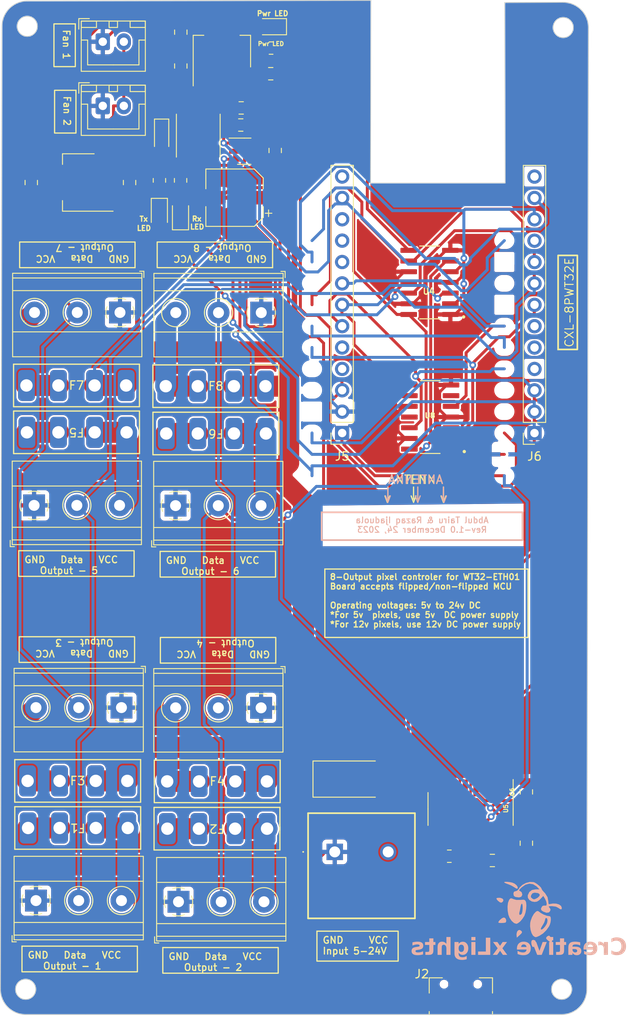
<source format=kicad_pcb>
(kicad_pcb (version 20221018) (generator pcbnew)
  (layers (0 "F.Cu" signal) (31 "B.Cu" signal) (34 "B.Paste" user) (35 "F.Paste" user) (36 "B.SilkS" user "B.Silkscreen") (37 "F.SilkS" user "F.Silkscreen") (38 "B.Mask" user) (39 "F.Mask" user) (44 "Edge.Cuts" user))
  (net 0 "")
  (net 1 "RPP")
  (net 2 "GND")
  (net 3 "Net-(U1-SW)")
  (net 4 "Net-(U1-BST)")
  (net 5 "VOUT")
  (net 6 "VIN")
  (net 7 "Net-(D2-K)")
  (net 8 "3V3")
  (net 9 "Net-(JST1-Pin_3)")
  (net 10 "Net-(JST2-Pin_3)")
  (net 11 "Net-(JST5-Pin_3)")
  (net 12 "3.3V")
  (net 13 "Port-1")
  (net 14 "Port-2")
  (net 15 "Net-(JST6-Pin_3)")
  (net 16 "Net-(JST3-Pin_3)")
  (net 17 "EN")
  (net 18 "Net-(JST7-Pin_3)")
  (net 19 "RxOut")
  (net 20 "Net-(D3-A)")
  (net 21 "TxOut")
  (net 22 "Net-(D4-A)")
  (net 23 "Net-(D5-A)")
  (net 24 "Net-(J2-D-)")
  (net 25 "Net-(J2-D+)")
  (net 27 "DTR")
  (net 28 "IO0")
  (net 36 "Net-(JST4-Pin_3)")
  (net 37 "Port-8")
  (net 38 "Port-5")
  (net 39 "Output-3")
  (net 40 "Output-4")
  (net 41 "Port-4")
  (net 42 "Port-3")
  (net 43 "Output-1")
  (net 44 "Output-2")
  (net 45 "F5V")
  (net 46 "Port-7")
  (net 47 "Port-6")
  (net 48 "Output-5")
  (net 49 "Output-6")
  (net 50 "Output-7")
  (net 51 "Output-8")
  (net 52 "Net-(JST8-Pin_3)")
  (footprint "Capacitor_SMD:C_0805_2012Metric_Pad1.18x1.45mm_HandSolder" (layer "F.Cu") (at 136.959597 128.184797 180)
    (fp_text reference "C12" hide)
    (fp_text value "1uF")
  )
  (footprint "MicroUSB:USB_Micro-B_Unknown_5s_SMT" (layer "F.Cu") (at 133.215697 142.736097)
    (fp_text reference "J2")
    (fp_text value "USB")
  )
  (footprint "TerminalBlock_Phoenix:TerminalBlock_Phoenix_MKDS-1,5-3-5.08_1x03_P5.08mm_Horizontal" (layer "F.Cu") (at 92.700597 63.064497 180)
    (fp_text reference "JST7" hide)
    (fp_text value "Output 7")
  )
  (footprint "TerminalBlock_Phoenix:TerminalBlock_Phoenix_MKDS-1,5-3-5.08_1x03_P5.08mm_Horizontal" (layer "F.Cu") (at 92.874997 110.015397 180)
    (fp_text reference "JST3" hide)
    (fp_text value "Output 3")
  )
  (footprint "Capacitor_SMD:C_0805_2012Metric_Pad1.18x1.45mm_HandSolder" (layer "F.Cu") (at 93.839597 47.623797 -90)
    (fp_text reference "C8" hide)
    (fp_text value "10uF")
  )
  (footprint "WT32-ETH-Fuse-Holder:MCCQ-122_MTC" (layer "F.Cu") (at 81.820897 118.726997)
    (fp_text reference "F3")
    (fp_text value "~")
  )
  (footprint "Capacitor_SMD:C_0805_2012Metric_Pad1.18x1.45mm_HandSolder" (layer "F.Cu") (at 141.002097 120.035297 90)
    (fp_text reference "C6")
    (fp_text value "100nF")
  )
  (footprint "TerminalBlock_Phoenix:TerminalBlock_Phoenix_MKDS-1,5-3-5.08_1x03_P5.08mm_Horizontal" (layer "F.Cu") (at 109.490997 63.081097 180)
    (fp_text reference "JST8" hide)
    (fp_text value "Output 8")
  )
  (footprint "Package_TO_SOT_SMD:SOT-223-3_TabPin2" (layer "F.Cu") (at 104.812097 32.035297 90)
    (fp_text reference "U7" hide)
    (fp_text value "AMS1117-3.3")
  )
  (footprint "LED_SMD:LED_0805_2012Metric_Pad1.15x1.40mm_HandSolder" (layer "F.Cu") (at 110.631097 29.103297 180)
    (fp_text reference "D2" hide)
    (fp_text value "Pwr LED")
  )
  (footprint "SN74HC125DR:SOIC127P600X175-14N" (layer "F.Cu") (at 129.572097 75.490397 180)
    (fp_text reference "U8")
    (fp_text value "SN74HC125DR")
  )
  (footprint "Connector_JST:JST_XH_B2B-XH-A_1x02_P2.50mm_Vertical" (layer "F.Cu") (at 90.655097 38.511197)
    (fp_text reference "J4" hide)
    (fp_text value "Fan 2")
  )
  (footprint "Capacitor_SMD:C_0805_2012Metric_Pad1.18x1.45mm_HandSolder" (layer "F.Cu") (at 99.928597 33.774797 90)
    (fp_text reference "C5" hide)
    (fp_text value "1uF")
  )
  (footprint "WT32-ETH-Fuse-Holder:MCCQ-122_MTC" (layer "F.Cu") (at 81.681697 71.736997)
    (fp_text reference "F7")
    (fp_text value "~")
  )
  (footprint "Diode_SMD:D_SOD-323_HandSoldering" (layer "F.Cu") (at 97.649597 42.091297 -90)
    (fp_text reference "D5" hide)
    (fp_text value "SS14")
  )
  (footprint "Package_TO_SOT_SMD:TSOT-23-6" (layer "F.Cu") (at 107.470597 43.901297)
    (fp_text reference "U1" hide)
    (fp_text value "AP63205WU")
  )
  (footprint "TerminalBlock_Phoenix:TerminalBlock_Phoenix_MKDS-1,5-3-5.08_1x03_P5.08mm_Horizontal" (layer "F.Cu") (at 109.473397 110.043197 180)
    (fp_text reference "JST4" hide)
    (fp_text value "Output 4")
  )
  (footprint "WT32-ETH-Fuse-Holder:MCCQ-122_MTC" (layer "F.Cu") (at 98.241997 71.820497)
    (fp_text reference "F8")
    (fp_text value "~")
  )
  (footprint "Capacitor_SMD:C_0805_2012Metric_Pad1.18x1.45mm_HandSolder" (layer "F.Cu") (at 141.002097 126.131297 90)
    (fp_text reference "C7" hide)
    (fp_text value "100nF")
  )
  (footprint "Capacitor_SMD:C_0805_2012Metric_Pad1.18x1.45mm_HandSolder" (layer "F.Cu") (at 82.155597 47.623797 -90)
    (fp_text reference "C9" hide)
    (fp_text value "22uF")
  )
  (footprint "WT32-ETH-Fuse-Holder:MCCQ-122_MTC" (layer "F.Cu") (at 98.408997 118.782597)
    (fp_text reference "F4")
    (fp_text value "~")
  )
  (footprint "TerminalBlock_Phoenix:TerminalBlock_Phoenix_MKDS-1,5-3-5.08_1x03_P5.08mm_Horizontal" (layer "F.Cu") (at 99.303197 86.014997)
    (fp_text reference "JST6" hide)
    (fp_text value "Output 6")
  )
  (footprint "Diode_SMD:D_SMB_Handsoldering" (layer "F.Cu") (at 120.349597 118.511297)
    (fp_text reference "D1" hide)
    (fp_text value "STR10100BF")
  )
  (footprint "Package_TO_SOT_SMD:SOT-223-3_TabPin2" (layer "F.Cu") (at 87.777597 47.616297 180)
    (fp_text reference "U6" hide)
    (fp_text value "AMS1117-3.3")
  )
  (footprint "SN74HC125DR:SOIC127P600X175-14N" (layer "F.Cu") (at 129.493597 59.490397 180)
    (fp_text reference "U4")
    (fp_text value "SN74HC125DR")
  )
  (footprint "WT32-ETH-Fuse-Holder:MCCQ-122_MTC" (layer "F.Cu") (at 93.526497 124.321297 180)
    (fp_text reference "F1")
    (fp_text value "~")
  )
  (footprint "Resistor_SMD:R_0805_2012Metric_Pad1.20x1.40mm_HandSolder" (layer "F.Cu") (at 131.842097 127.676797)
    (fp_text reference "R6" hide)
    (fp_text value "120")
  )
  (footprint "TerminalBlock_Phoenix:TerminalBlock_Phoenix_MKDS-1,5-3-5.08_1x03_P5.08mm_Horizontal" (layer "F.Cu") (at 82.492397 85.987197)
    (fp_text reference "JST5" hide)
    (fp_text value "Output 5")
  )
  (footprint "Capacitor_SMD:C_0805_2012Metric_Pad1.18x1.45mm_HandSolder" (layer "F.Cu") (at 111.148097 43.813797 90)
    (fp_text reference "C2" hide)
    (fp_text value "100nF")
  )
  (footprint "Package_SO:SOP-16_3.9x9.9mm_P1.27mm" (layer "F.Cu") (at 134.372097 122.061997 -90)
    (fp_text reference "U5")
    (fp_text value "CH340C")
  )
  (footprint "WT32-ETH-Fuse-Holder:MCCQ-122_MTC" (layer "F.Cu") (at 93.387397 77.303497 180)
    (fp_text reference "F5")
    (fp_text value "~")
  )
  (footprint "TerminalBlock_Phoenix:TerminalBlock_Phoenix_MKDS-1,5-3-5.08_1x03_P5.08mm_Horizontal" (layer "F.Cu") (at 99.655397 133.088497)
    (fp_text reference "JST2" hide)
    (fp_text value "Output 2" hide)
  )
  (footprint "Resistor_SMD:R_0805_2012Metric_Pad1.20x1.40mm_HandSolder" (layer "F.Cu") (at 110.656097 31.643297)
    (fp_text reference "R1" hide)
    (fp_text value "1K")
  )
  (footprint "Capacitor_SMD:C_0805_2012Metric_Pad1.18x1.45mm_HandSolder" (layer "F.Cu") (at 99.928597 29.753797 -90)
    (fp_text reference "C11" hide)
    (fp_text value "22uF")
  )
  (footprint "Capacitor_SMD:C_0805_2012Metric_Pad1.18x1.45mm_HandSolder" (layer "F.Cu") (at 107.105597 38.755297)
    (fp_text reference "C3" hide)
    (fp_text value "22uF")
  )
  (footprint "Resistor_SMD:R_0805_2012Metric_Pad1.20x1.40mm_HandSolder" (layer "F.Cu") (at 99.903697 47.363997 -90)
    (fp_text reference "R2" hide)
    (fp_text value "1K")
  )
  (footprint "Connector_JST:JST_XH_B2B-XH-A_1x02_P2.50mm_Vertical" (layer "F.Cu") (at 90.655097 30.891197)
    (fp_text reference "J3" hide)
    (fp_text value "Fan 1")
  )
  (footprint "Capacitor_SMD:C_0805_2012Metric_Pad1.18x1.45mm_HandSolder" (layer "F.Cu") (at 110.618597 34.691297)
    (fp_text reference "C10" hide)
    (fp_text value "10uF")
  )
  (footprint "Inductor_SMD:L_Taiyo-Yuden_MD-5050" (layer "F.Cu") (at 102.004097 42.049297 90)
    (fp_text reference "L1" hide)
    (fp_text value "4.7uH")
  )
  (footprint "Capacitor_SMD:CP_Elec_6.3x5.4" (layer "F.Cu") (at 106.316097 49.423297 180)
    (fp_text reference "C1" hide)
    (fp_text value "100uF")
  )
  (footprint "Connector_PinSocket_2.54mm:PinSocket_1x13_P2.54mm_Vertical" (layer "F.Cu") (at 119.108428 77.387896 180)
    (fp_text reference "J5")
    (fp_text value "Conn_01x13_Socket")
  )
  (footprint "WT32-ETH-Fuse-Holder:MCCQ-122_MTC" (layer "F.Cu") (at 109.947697 77.442597 180)
    (fp_text reference "F6")
    (fp_text value "~")
  )
  (footprint "LED_SMD:LED_0805_2012Metric_Pad1.15x1.40mm_HandSolder" (layer "F.Cu") (at 99.893797 51.379497 90)
    (fp_text reference "D3" hide)
    (fp_text value "Tx")
  )
  (footprint "Capacitor_SMD:C_0805_2012Metric_Pad1.18x1.45mm_HandSolder" (layer "F.Cu") (at 107.055297 40.787297)
    (fp_text reference "C4" hide)
    (fp_text value "22uF")
  )
  (footprint "Resistor_SMD:R_0805_2012Metric_Pad1.20x1.40mm_HandSolder" (layer "F.Cu") (at 97.388897 47.363997 -90)
    (fp_text reference "R3" hide)
    (fp_text value "1K")
  )
  (footprint "WT32-ETH-Fuse-Holder:MCCQ-122_MTC" (layer "F.Cu") (at 110.080197 124.404797 180)
    (fp_text reference "F2")
    (fp_text value "~")
  )
  (footprint "TerminalBlock_Phoenix:TerminalBlock_Phoenix_MKDS-1,5-3-5.08_1x03_P5.08mm_Horizontal" (layer "F.Cu") (at 82.714997 132.949297)
    (fp_text reference "JST1" hide)
    (fp_text value "Output 1" hide)
  )
  (footprint "Connector_PinSocket_2.54mm:PinSocket_1x13_P2.54mm_Vertical" (layer "F.Cu") (at 141.968725 77.395431 180)
    (fp_text reference "J6")
    (fp_text value "Conn_01x13_Socket")
  )
  (footprint "LED_SMD:LED_0805_2012Metric_Pad1.15x1.40mm_HandSolder" (layer "F.Cu") (at 97.378997 51.361497 -90)
    (fp_text reference "D4" hide)
    (fp_text value "Rx" hide)
  )
  (footprint "SamacSys_Parts:1714955" (layer "F.Cu") (at 118.226797 127.161997)
    (fp_text reference "J1" hide)
    (fp_text value "4.5-28V Power Input" hide)
  )
  (footprint "LOGO" (layer "B.Cu") (at 141.316769 134.612 180)
    (fp_text reference "G***" hide)
    (fp_text value "LOGO" hide)
  )
  (gr_line (start 122.480821 47.681312) (end 138.480821 47.681312) (stroke (width 0.1)) (layer "Edge.Cuts"))
  (gr_line (start 81.724801 26.050326) (end 122.530821 25.981312) (stroke (width 0.1)) (layer "Edge.Cuts"))
  (gr_line (start 81.488997 146.491043) (end 145.195441 146.489812) (stroke (width 0.1)) (layer "Edge.Cuts"))
  (gr_arc (start 148.195483 143.491043) (mid 147.316769 145.612) (end 145.195441 146.489812) (stroke (width 0.1)) (layer "Edge.Cuts"))
  (gr_circle (center 81.488997 143.491043) (end 82.688997 143.491043) (stroke (width 0.1)) (fill none) (layer "Edge.Cuts"))
  (gr_arc (start 145.430429 26.205028) (mid 147.528991 27.110437) (end 148.38082 29.231312) (stroke (width 0.1)) (layer "Edge.Cuts"))
  (gr_circle (center 81.679566 29.055312) (end 82.879566 29.055312) (stroke (width 0.1)) (fill none) (layer "Edge.Cuts"))
  (gr_line (start 138.480821 47.681312) (end 138.430821 26.231312) (stroke (width 0.1)) (layer "Edge.Cuts"))
  (gr_circle (center 145.380821 29.204735) (end 146.580821 29.204735) (stroke (width 0.1)) (fill none) (layer "Edge.Cuts"))
  (gr_line (start 138.430821 26.231312) (end 145.430429 26.205028) (stroke (width 0.1)) (layer "Edge.Cuts"))
  (gr_line (start 122.530821 25.981312) (end 122.480821 47.681312) (stroke (width 0.1)) (layer "Edge.Cuts"))
  (gr_arc (start 78.674336 29.031312) (mid 79.579072 26.905847) (end 81.724801 26.050326) (stroke (width 0.1)) (layer "Edge.Cuts"))
  (gr_line (start 148.195483 143.491043) (end 148.38082 29.231312) (stroke (width 0.1)) (layer "Edge.Cuts"))
  (gr_arc (start 81.488997 146.491043) (mid 79.349767 145.594315) (end 78.489428 143.440203) (stroke (width 0.1)) (layer "Edge.Cuts"))
  (gr_circle (center 145.196714 143.491043) (end 146.396714 143.491043) (stroke (width 0.1)) (fill none) (layer "Edge.Cuts"))
  (gr_line (start 78.674336 29.031312) (end 78.489428 143.440203) (stroke (width 0.1)) (layer "Edge.Cuts"))
  (gr_text "ANTENNA" (at 131.211071 83.508543) (layer "B.SilkS") (effects (font (size 1 1)) (justify left bottom mirror)))
  (gr_text "|" (at 125.115071 85.032543) (layer "B.SilkS") (effects (font (size 1 1)) (justify left bottom mirror)))
  (gr_text ">" (at 131.719071 84.524543 90) (layer "B.SilkS") (effects (font (size 1 1)) (justify left bottom mirror)))
  (gr_text ">" (at 128.60632 84.524543 90) (layer "B.SilkS") (effects (font (size 1 1)) (justify left bottom mirror)))
  (gr_text "|" (at 128.671071 85.032543) (layer "B.SilkS") (effects (font (size 1 1)) (justify left bottom mirror)))
  (gr_text ">" (at 125.05032 84.524543 90) (layer "B.SilkS") (effects (font (size 1 1)) (justify left bottom mirror)))
  (gr_text "|" (at 131.719071 85.032543) (layer "B.SilkS") (effects (font (size 1 1)) (justify left bottom mirror)))
  (gr_text "Creative xLights" (at 140.106479 139.740198) (layer "B.SilkS") (effects (font (size 2 2) (thickness 0.25) bold) (justify bottom mirror)))
  (gr_text ">" (at 123.970111 84.525312 -90) (layer "F.SilkS") (effects (font (size 1 1)) (justify left bottom)))
  (gr_text "ANTENNA" (at 124.478111 83.509312) (layer "F.SilkS") (effects (font (size 1 1)) (justify left bottom)))
  (gr_text "|" (at 123.970111 85.033312) (layer "F.SilkS") (effects (font (size 1 1)) (justify left bottom)))
  (gr_text ">" (at 130.638862 84.525312 -90) (layer "F.SilkS") (effects (font (size 1 1)) (justify left bottom)))
  (gr_text "Pwr LED" (at 108.90126 27.885645) (layer "F.SilkS") (effects (font (size 0.6 0.6)) (justify left bottom)))
  (gr_text "|" (at 130.574111 85.033312) (layer "F.SilkS") (effects (font (size 1 1)) (justify left bottom)))
  (gr_text "Rx" (at 101.179827 52.286369) (layer "F.SilkS") (effects (font (size 0.6 0.6) (thickness 0.15) bold) (justify left bottom)))
  (gr_text "|" (at 127.018111 85.033312) (layer "F.SilkS") (effects (font (size 1 1)) (justify left bottom)))
  (gr_text ">" (at 127.082862 84.525312 -90) (layer "F.SilkS") (effects (font (size 1 1)) (justify left bottom)))
  (gr_text "LED" (at 100.957168 53.239497) (layer "F.SilkS") (effects (font (size 0.6 0.6) (thickness 0.15) bold) (justify left bottom)))
  (gr_text "Tx" (at 94.945362 52.302863) (layer "F.SilkS") (effects (font (size 0.6 0.6) (thickness 0.15) bold) (justify left bottom)))
  (gr_text "LED" (at 94.631989 53.399667) (layer "F.SilkS") (effects (font (size 0.6 0.6) (thickness 0.15) bold) (justify left bottom)))
  (gr_text_box "Abdul Tairu & Razaq Ijaduola\nRev-1.0 December 24, 2023" (start 116.668862 86.811312) (end 140.544862 90.113312) (angle 360) (layer "B.SilkS") (effects (font (size 0.7 0.7) (thickness 0.125) bold) (justify top mirror)) (stroke (width 0.2)))
  (gr_text_box "8-Output pixel controler for WT32-ETH01\nBoard accepts flipped/non-flipped MCU\n\nOperating voltages: 5v to 24v DC\n*For 5v  pixels, use 5v  DC power supply\n*For 12v pixels, use 12v DC power supply" (start 117.048997 93.551276) (end 141.204397 101.679276) (layer "F.SilkS") (effects (font (size 0.7 0.7)) (justify left top)) (stroke (width 0.15)))
  (gr_text_box "GND   Data   VCC\n   Output - 7" (start 94.489323 57.737276) (end 80.773323 54.689276) (angle 1260) (layer "F.SilkS") (effects (font (size 0.8 0.8)) (justify left top)) (stroke (width 0.15)))
  (gr_text_box "GND   Data   VCC\n   Output - 4" (start 111.216618 104.727276) (end 97.500618 101.679276) (angle 1620) (layer "F.SilkS") (effects (font (size 0.8 0.8) (thickness 0.15) bold) (justify left top)) (stroke (width 0.15)))
  (gr_text_box "GND   Data   VCC\n   Output - 8" (start 110.838184 57.737276) (end 97.122184 54.689276) (angle 1260) (layer "F.SilkS") (effects (font (size 0.8 0.8) (thickness 0.15) bold) (justify left top)) (stroke (width 0.15)))
  (gr_text_box "Fan 1" (start 87.391357 28.770032) (end 84.851357 33.850032) (angle 1350) (layer "F.SilkS") (effects (font (size 0.8 0.8)) (justify left top)) (stroke (width 0.15)))
  (gr_text_box "GND     VCC\nInput 5-24V" (start 116.110063 136.584428) (end 125.762063 140.140428) (angle 2520) (layer "F.SilkS") (effects (font (size 0.8 0.8)) (justify left top)) (stroke (width 0.15)))
  (gr_text_box "GND   Data   VCC\n   Output - 2" (start 97.790163 138.529422) (end 111.506163 141.577422) (angle 2520) (layer "F.SilkS") (effects (font (size 0.8 0.8) (thickness 0.15) bold) (justify left top)) (stroke (width 0.15)))
  (gr_text_box "GND   Data   VCC\n   Output - 3" (start 94.433659 104.643779) (end 80.717659 101.595779) (angle 1620) (layer "F.SilkS") (effects (font (size 0.8 0.8)) (justify left top)) (stroke (width 0.15)))
  (gr_text_box "CXL-8PWT32E" (start 144.774821 67.457312) (end 147.060821 56.281312) (angle 1170) (layer "F.SilkS") (effects (font (size 1 1) (thickness 0.125) bold) (justify top)) (stroke (width 0.2)))
  (gr_text_box "GND   Data   VCC\n   Output - 6" (start 97.472785 91.455925) (end 111.188785 94.503925) (angle 1440) (layer "F.SilkS") (effects (font (size 0.8 0.8) (thickness 0.15) bold) (justify left top)) (stroke (width 0.15)))
  (gr_text_box "GND   Data   VCC\n   Output - 1" (start 81.051648 138.362428) (end 94.767648 141.410428) (angle 5040) (layer "F.SilkS") (effects (font (size 0.8 0.8)) (justify left top)) (stroke (width 0.15)))
  (gr_text_box "GND   Data   VCC\n   Output - 5" (start 80.661994 91.372428) (end 94.377994 94.420428) (angle 1080) (layer "F.SilkS") (effects (font (size 0.8 0.8)) (justify left top)) (stroke (width 0.15)))
  (gr_text_box "Fan 2" (start 87.467222 36.660039) (end 84.927222 41.740039) (angle 1350) (layer "F.SilkS") (effects (font (size 0.8 0.8)) (justify left top)) (stroke (width 0.15)))
  (segment (start 105.115997 44.851297) (end 105.067897 44.803197) (width 0.35) (layer "F.Cu") (net 1))
  (segment (start 111.968997 67.750197) (end 111.716797 67.750197) (width 2.5) (layer "F.Cu") (net 1))
  (segment (start 100.073097 77.442597) (end 101.947697 77.442597) (width 0.35) (layer "F.Cu") (net 1))
  (segment (start 91.556497 71.736997) (end 89.681697 71.736997) (width 0.35) (layer "F.Cu") (net 1))
  (segment (start 93.570897 116.628197) (end 93.570897 118.726997) (width 2.5) (layer "F.Cu") (net 1))
  (segment (start 83.651497 124.321197) (end 83.651597 124.321297) (width 0.35) (layer "F.Cu") (net 1))
  (segment (start 111.716797 67.750197) (end 111.716797 52.023997) (width 0.35) (layer "F.Cu") (net 1))
  (segment (start 100.072697 77.442197) (end 100.073097 77.442597) (width 0.35) (layer "F.Cu") (net 1))
  (segment (start 98.197697 77.442597) (end 98.197697 77.442197) (width 2.5) (layer "F.Cu") (net 1))
  (segment (start 85.387397 77.303497) (end 85.387397 77.303197) (width 0.35) (layer "F.Cu") (net 1))
  (segment (start 112.747697 71.560197) (end 112.487597 71.820197) (width 2.5) (layer "F.Cu") (net 1))
  (segment (start 100.072697 77.442197) (end 101.947697 77.442197) (width 2.5) (layer "F.Cu") (net 1))
  (segment (start 91.556697 71.737197) (end 91.556497 71.736997) (width 0.35) (layer "F.Cu") (net 1))
  (segment (start 117.048997 114.740197) (end 109.428997 114.740197) (width 2.5) (layer "F.Cu") (net 1))
  (segment (start 108.283997 118.782197) (end 108.283597 118.782597) (width 0.35) (layer "F.Cu") (net 1))
  (segment (start 99.268997 81.720197) (end 98.197697 80.649197) (width 2.5) (layer "F.Cu") (net 1))
  (segment (start 109.428997 114.740197) (end 95.458997 114.740197) (width 2.5) (layer "F.Cu") (net 1))
  (segment (start 81.637397 77.303497) (end 81.637397 77.303197) (width 2.5) (layer "F.Cu") (net 1))
  (segment (start 95.458997 114.740197) (end 93.570897 116.628197) (width 2.5) (layer "F.Cu") (net 1))
  (segment (start 108.116997 71.820197) (end 108.116697 71.820497) (width 0.35) (layer "F.Cu") (net 1))
  (segment (start 82.758997 128.710197) (end 81.776497 127.728197) (width 2.5) (layer "F.Cu") (net 1))
  (segment (start 83.651497 124.321197) (end 85.526497 124.321197) (width 2.5) (layer "F.Cu") (net 1))
  (segment (start 97.998997 128.710197) (end 98.330197 128.379197) (width 2.5) (layer "F.Cu") (net 1))
  (segment (start 117.048997 114.740197) (end 114.508997 112.200197) (width 2.5) (layer "F.Cu") (net 1))
  (segment (start 91.695897 118.727197) (end 89.820897 118.727197) (width 2.5) (layer "F.Cu") (net 1))
  (segment (start 111.716797 67.750197) (end 95.458997 67.750197) (width 2.5) (layer "F.Cu") (net 1))
  (segment (start 98.330197 124.404797) (end 98.330197 124.405197) (width 0.35) (layer "F.Cu") (net 1))
  (segment (start 116.098797 118.511197) (end 117.649597 118.511197) (width 2.5) (layer "F.Cu") (net 1))
  (segment (start 93.431697 71.736997) (end 93.431697 71.737197) (width 2.5) (layer "F.Cu") (net 1))
  (segment (start 110.158997 118.782597) (end 110.158997 118.782197) (width 0.35) (layer "F.Cu") (net 1))
  (segment (start 106.408997 118.782197) (end 108.283997 118.782197) (width 2.5) (layer "F.Cu") (net 1))
  (segment (start 92.569597 45.316297) (end 93.839597 46.586297) (width 0.35) (layer "F.Cu") (net 1))
  (segment (start 83.651597 124.321297) (end 85.526497 124.321297) (width 0.35) (layer "F.Cu") (net 1))
  (segment (start 93.570897 118.726997) (end 93.570897 118.727197) (width 2.5) (layer "F.Cu") (net 1))
  (segment (start 106.333097 44.851297) (end 105.115997 44.851297) (width 0.35) (layer "F.Cu") (net 1))
  (segment (start 98.330197 128.379197) (end 98.330197 124.405197) (width 2.5) (layer "F.Cu") (net 1))
  (segment (start 111.968997 82.990197) (end 111.968997 81.720197) (width 2.5) (layer "F.Cu") (net 1))
  (segment (start 106.333097 44.851297) (end 106.333097 43.901297) (width 0.35) (layer "F.Cu") (net 1))
  (segment (start 102.080197 124.404797) (end 102.080197 124.405197) (width 0.35) (layer "F.Cu") (net 1))
  (segment (start 97.998997 128.710197) (end 113.238997 128.710197) (width 2.5) (layer "F.Cu") (net 1))
  (segment (start 98.197697 77.442197) (end 100.072697 77.442197) (width 2.5) (layer "F.Cu") (net 1))
  (segment (start 91.556697 71.737197) (end 89.681697 71.737197) (width 2.5) (layer "F.Cu") (net 1))
  (segment (start 98.330197 124.405197) (end 102.080197 124.405197) (width 2.5) (layer "F.Cu") (net 1))
  (segment (start 90.927597 45.316297) (end 92.569597 45.316297) (width 0.35) (layer "F.Cu") (net 1))
  (segment (start 112.747697 80.942197) (end 112.747697 71.560197) (width 2.5) (layer "F.Cu") (net 1))
  (segment (start 110.158997 115.470197) (end 109.428997 114.740197) (width 2.5) (layer "F.Cu") (net 1))
  (segment (start 116.098897 118.511297) (end 117.649597 118.511297) (width 0.35) (layer "F.Cu") (net 1))
  (segment (start 108.283997 118.782197) (end 110.158997 118.782197) (width 2.5) (layer "F.Cu") (net 1))
  (segment (start 114.508997 112.200197) (end 114.508997 85.530197) (width 2.5) (layer "F.Cu") (net 1))
  (segment (start 112.747697 71.560197) (end 112.747697 68.529197) (width 2.5) (layer "F.Cu") (net 1))
  (segment (start 109.991997 71.820497) (end 109.991997 71.820197) (width 0.35) (layer "F.Cu") (net 1))
  (segment (start 93.839597 46.586297) (end 95.458997 48.205697) (width 0.35) (layer "F.Cu") (net 1))
  (segment (start 91.695697 118.726997) (end 89.820897 118.726997) (width 0.35) (layer "F.Cu") (net 1))
  (segment (start 109.991997 71.820197) (end 108.116997 71.820197) (width 2.5) (layer "F.Cu") (net 1))
  (segment (start 82.758997 81.720197) (end 81.637397 80.599197) (width 2.5) (layer "F.Cu") (net 1))
  (segment (start 112.487597 71.820197) (end 109.991997 71.820197) (width 2.5) (layer "F.Cu") (net 1))
  (segment (start 114.548097 118.511197) (end 116.098797 118.511197) (width 2.5) (layer "F.Cu") (net 1))
  (segment (start 95.458997 48.205697) (end 95.458997 67.750197) (width 0.35) (layer "F.Cu") (net 1))
  (segment (start 93.431697 69.778197) (end 93.431697 71.736997) (width 2.5) (layer "F.Cu") (net 1))
  (segment (start 113.238997 128.710197) (end 114.508997 127.440197) (width 2.5) (layer "F.Cu") (net 1))
  (segment (start 110.158997 118.782197) (end 110.158997 115.470197) (width 2.5) (layer "F.Cu") (net 1))
  (segment (start 108.116697 71.820497) (end 106.241997 71.820497) (width 0.35) (layer "F.Cu") (net 1))
  (segment (start 116.098797 118.511197) (end 116.098897 118.511297) (width 0.35) (layer "F.Cu") (net 1))
  (segment (start 93.431697 71.737197) (end 91.556697 71.737197) (width 2.5) (layer "F.Cu") (net 1))
  (segment (start 117.649597 115.341197) (end 117.048997 114.740197) (width 2.5) (layer "F.Cu") (net 1))
  (segment (start 81.776497 124.321297) (end 81.776497 124.321197) (width 2.5) (layer "F.Cu") (net 1))
  (segment (start 111.716797 52.023997) (end 109.116097 49.423297) (width 0.35) (layer "F.Cu") (net 1))
  (segment (start 112.747697 68.529197) (end 111.968997 67.750197) (width 2.5) (layer "F.Cu") (net 1))
  (segment (start 81.776497 127.728197) (end 81.776497 124.321297) (width 2.5) (layer "F.Cu") (net 1))
  (segment (start 114.508997 85.530197) (end 111.968997 82.990197) (width 2.5) (layer "F.Cu") (net 1))
  (segment (start 114.508997 118.550197) (end 114.548097 118.511197) (width 2.5) (layer "F.Cu") (net 1))
  (segment (start 95.458997 67.750197) (end 93.431697 69.778197) (width 2.5) (layer "F.Cu") (net 1))
  (segment (start 98.197697 80.649197) (end 98.197697 77.442597) (width 2.5) (layer "F.Cu") (net 1))
  (segment (start 97.998997 128.710197) (end 82.758997 128.710197) (width 2.5) (layer "F.Cu") (net 1))
  (segment (start 108.283597 118.782597) (end 106.408997 118.782597) (width 0.35) (layer "F.Cu") (net 1))
  (segment (start 108.116997 71.820197) (end 106.241997 71.820197) (width 2.5) (layer "F.Cu") (net 1))
  (segment (start 81.637397 80.599197) (end 81.637397 77.303497) (width 2.5) (layer "F.Cu") (net 1))
  (segment (start 99.268997 81.720197) (end 82.758997 81.720197) (width 2.5) (layer "F.Cu") (net 1))
  (segment (start 111.968997 81.720197) (end 112.747697 80.942197) (width 2.5) (layer "F.Cu") (net 1))
  (segment (start 117.649597 118.511197) (end 117.649597 115.341197) (width 2.5) (layer "F.Cu") (net 1))
  (segment (start 114.508997 127.440197) (end 114.508997 118.550197) (width 2.5) (layer "F.Cu") (net 1))
  (segment (start 81.776497 124.321197) (end 83.651497 124.321197) (width 2.5) (layer "F.Cu") (net 1))
  (segment (start 81.637397 77.303197) (end 85.387397 77.303197) (width 2.5) (layer "F.Cu") (net 1))
  (segment (start 91.695897 118.727197) (end 91.695697 118.726997) (width 0.35) (layer "F.Cu") (net 1))
  (segment (start 93.570897 118.727197) (end 91.695897 118.727197) (width 2.5) (layer "F.Cu") (net 1))
  (segment (start 111.968997 81.720197) (end 99.268997 81.720197) (width 2.5) (layer "F.Cu") (net 1))
  (via (at 105.067897 44.803197) (size 0.8) (drill 0.4) (layers "F.Cu" "B.Cu") (net 1))
  (segment (start 105.067897 54.196197) (end 105.067897 44.803197) (width 0.35) (layer "B.Cu") (net 1))
  (segment (start 89.681697 71.736997) (end 89.681697 69.582397) (width 0.35) (layer "B.Cu") (net 1))
  (segment (start 89.681697 69.582397) (end 105.067897 54.196197) (width 0.35) (layer "B.Cu") (net 1))
  (segment (start 112.878497 131.413197) (end 103.005997 131.413197) (width 0.35) (layer "F.Cu") (net 2))
  (segment (start 129.007897 58.116497) (end 129.007897 60.538497) (width 0.35) (layer "F.Cu") (net 2))
  (segment (start 119.079597 74.841497) (end 120.454897 74.841497) (width 0.35) (layer "F.Cu") (net 2))
  (segment (start 99.655397 133.088497) (end 97.980097 133.088497) (width 0.35) (layer "F.Cu") (net 2))
  (segment (start 131.968597 55.680397) (end 131.443997 55.680397) (width 0.35) (layer "F.Cu") (net 2))
  (segment (start 134.351097 61.472997) (end 134.351097 59.240097) (width 0.35) (layer "F.Cu") (net 2))
  (segment (start 118.226797 127.161997) (end 116.876497 127.161997) (width 0.35) (layer "F.Cu") (net 2))
  (segment (start 120.454897 74.841497) (end 125.736397 74.841497) (width 0.35) (layer "F.Cu") (net 2))
  (segment (start 130.686397 78.553297) (end 130.686397 76.347197) (width 0.35) (layer "F.Cu") (net 2))
  (segment (start 132.015697 145.036097) (end 129.265697 145.036097) (width 0.35) (layer "F.Cu") (net 2))
  (segment (start 126.473497 58.220397) (end 127.018597 58.220397) (width 0.35) (layer "F.Cu") (net 2))
  (segment (start 126.586697 78.030397) (end 125.736397 78.880697) (width 0.35) (layer "F.Cu") (net 2))
  (segment (start 82.492397 85.987197) (end 84.167697 85.987197) (width 0.35) (layer "F.Cu") (net 2))
  (segment (start 142.109797 123.986097) (end 141.002097 125.093797) (width 0.35) (layer "F.Cu") (net 2))
  (segment (start 99.400297 27.500697) (end 98.649597 28.251397) (width 0.35) (layer "F.Cu") (net 2))
  (segment (start 99.303197 86.014997) (end 99.303197 87.690297) (width 0.35) (layer "F.Cu") (net 2))
  (segment (start 132.523697 63.300397) (end 134.351097 61.472997) (width 0.35) (layer "F.Cu") (net 2))
  (segment (start 92.874997 110.015397) (end 94.550297 110.015397) (width 0.35) (layer "F.Cu") (net 2))
  (segment (start 133.763597 55.680397) (end 131.968597 55.680397) (width 0.35) (layer "F.Cu") (net 2))
  (segment (start 102.512097 35.185297) (end 102.512097 33.809997) (width 0.35) (layer "F.Cu") (net 2))
  (segment (start 134.515697 141.498397) (end 134.515697 141.743997) (width 0.35) (layer "F.Cu") (net 2))
  (segment (start 90.927597 49.916297) (end 90.927597 49.903997) (width 0.35) (layer "F.Cu") (net 2))
  (segment (start 134.378097 56.294897) (end 133.763597 55.680397) (width 0.35) (layer "F.Cu") (net 2))
  (segment (start 142.103497 126.195197) (end 141.002097 125.093797) (width 0.35) (layer "F.Cu") (net 2))
  (segment (start 99.928597 30.791297) (end 99.928597 32.737297) (width 0.35) (layer "F.Cu") (net 2))
  (segment (start 130.686397 72.518997) (end 130.686397 74.633597) (width 0.35) (layer "F.Cu") (net 2))
  (segment (start 90.655097 38.511197) (end 90.655097 30.891197) (width 0.35) (layer "F.Cu") (net 2))
  (segment (start 131.842097 126.915597) (end 132.185297 126.572397) (width 0.35) (layer "F.Cu") (net 2))
  (segment (start 101.439397 32.737297) (end 99.928597 32.737297) (width 0.35) (layer "F.Cu") (net 2))
  (segment (start 108.143097 38.755297) (end 108.143097 40.736997) (width 0.35) (layer "F.Cu") (net 2))
  (segment (start 92.700597 50.007697) (end 92.596897 49.903997) (width 0.35) (layer "F.Cu") (net 2))
  (segment (start 107.676397 28.264797) (end 106.912297 27.500697) (width 0.35) (layer "F.Cu") (net 2))
  (segment (start 89.903997 91.723497) (end 92.874997 91.723497) (width 0.35) (layer "F.Cu") (net 2))
  (segment (start 126.041097 80.011197) (end 129.228497 80.011197) (width 0.35) (layer "F.Cu") (net 2))
  (segment (start 95.269997 91.723497) (end 99.303197 87.690297) (width 0.35) (layer "F.Cu") (net 2))
  (segment (start 81.025597 47.531297) (end 82.155597 48.661297) (width 0.35) (layer "F.Cu") (net 2))
  (segment (start 108.608097 45.539897) (end 108.608097 44.851297) (width 0.35) (layer "F.Cu") (net 2))
  (segment (start 142.109797 120.105497) (end 142.109797 123.986097) (width 0.35) (layer "F.Cu") (net 2))
  (segment (start 98.649597 29.512297) (end 99.928597 30.791297) (width 0.35) (layer "F.Cu") (net 2))
  (segment (start 129.007897 60.538497) (end 127.515997 62.030397) (width 0.35) (layer "F.Cu") (net 2))
  (segment (start 134.351097 59.240097) (end 133.992497 58.881497) (width 0.35) (layer "F.Cu") (net 2))
  (segment (start 131.968597 71.601897) (end 131.968597 63.300397) (width 0.35) (layer "F.Cu") (net 2))
  (segment (start 112.257297 42.168897) (end 110.825397 40.736997) (width 0.35) (layer "F.Cu") (net 2))
  (segment (start 135.350597 141.743997) (end 137.165697 143.559097) (width 0.35) (layer "F.Cu") (net 2))
  (segment (start 116.876497 127.161997) (end 116.876497 127.415197) (width 0.35) (layer "F.Cu") (net 2))
  (segment (start 131.968597 63.300397) (end 132.523697 63.300397) (width 0.35) (layer "F.Cu") (net 2))
  (segment (start 108.893597 45.825397) (end 111.896097 45.825397) (width 0.35) (layer "F.Cu") (net 2))
  (segment (start 125.736397 74.841497) (end 125.736397 77.180097) (width 0.35) (layer "F.Cu") (net 2))
  (segment (start 92.874997 91.723497) (end 92.874997 108.340097) (width 0.35) (layer "F.Cu") (net 2))
  (segment (start 112.257297 45.464197) (end 112.257297 42.168897) (width 0.35) (layer "F.Cu") (net 2))
  (segment (start 109.656097 31.643297) (end 109.656097 32.691297) (width 0.35) (layer "F.Cu") (net 2))
  (segment (start 92.596897 49.903997) (end 93.839597 48.661297) (width 0.35) (layer "F.Cu") (net 2))
  (segment (start 131.603497 71.601897) (end 130.686397 72.518997) (width 0.35) (layer "F.Cu") (net 2))
  (segment (start 104.120397 50.027597) (end 103.516097 49.423297) (width 0.35) (layer "F.Cu") (net 2))
  (segment (start 106.912297 27.500697) (end 99.400297 27.500697) (width 0.35) (layer "F.Cu") (net 2))
  (segment (start 109.656097 32.691297) (end 111.656097 34.691297) (width 0.35) (layer "F.Cu") (net 2))
  (segment (start 134.515697 131.127897) (end 131.842097 128.454297) (width 0.35) (layer "F.Cu") (net 2))
  (segment (start 92.874997 91.723497) (end 95.269997 91.723497) (width 0.35) (layer "F.Cu") (net 2))
  (segment (start 142.103497 127.767897) (end 142.103497 126.195197) (width 0.35) (layer "F.Cu") (net 2))
  (segment (start 133.992497 58.881497) (end 133.214597 58.881497) (width 0.35) (layer "F.Cu") (net 2))
  (segment (start 88.471997 38.511197) (end 81.025597 45.957597) (width 0.35) (layer "F.Cu") (net 2))
  (segment (start 92.700597 63.064497) (end 92.700597 50.007697) (width 0.35) (layer "F.Cu") (net 2))
  (segment (start 83.385997 49.891697) (end 90.927597 49.891697) (width 0.35) (layer "F.Cu") (net 2))
  (segment (start 125.736397 79.706497) (end 126.041097 80.011197) (width 0.35) (layer "F.Cu") (net 2))
  (segment (start 131.968597 71.601897) (end 131.603497 71.601897) (width 0.35) (layer "F.Cu") (net 2))
  (segment (start 90.655097 30.891197) (end 92.033997 29.512297) (width 0.35) (layer "F.Cu") (net 2))
  (segment (start 126.357497 74.220397) (end 127.097097 74.220397) (width 0.35) (layer "F.Cu") (net 2))
  (segment (start 106.080097 111.761197) (end 96.296097 111.761197) (width 0.35) (layer "F.Cu") (net 2))
  (segment (start 132.047097 79.300397) (end 131.433497 79.300397) (width 0.35) (layer "F.Cu") (net 2))
  (segment (start 108.143097 40.736997) (end 108.092797 40.787297) (width 0.35) (layer "F.Cu") (net 2))
  (segment (start 125.736397 74.841497) (end 126.357497 74.220397) (width 0.35) (layer "F.Cu") (net 2))
  (segment (start 96.443997 134.624597) (end 86.065597 134.624597) (width 0.35) (layer "F.Cu") (net 2))
  (segment (start 134.415697 145.036097) (end 137.165697 145.036097) (width 0.35) (layer "F.Cu") (net 2))
  (segment (start 131.433497 79.300397) (end 130.686397 78.553297) (width 0.35) (layer "F.Cu") (net 2))
  (segment (start 92.874997 110.015397) (end 92.874997 108.340097) (width 0.35) (layer "F.Cu") (net 2))
  (segment (start 90.927597 49.903997) (end 92.596897 49.903997) (width 0.35) (layer "F.Cu") (net 2))
  (segment (start 131.443997 55.680397) (end 129.007897 58.116497) (width 0.35) (layer "F.Cu") (net 2))
  (segment (start 99.655397 133.088497) (end 101.330697 133.088497) (width 0.35) (layer "F.Cu") (net 2))
  (segment (start 82.155597 48.661297) (end 83.385997 49.891697) (width 0.35) (layer "F.Cu") (net 2))
  (segment (start 90.927597 49.903997) (end 90.927597 49.891697) (width 0.35) (layer "F.Cu") (net 2))
  (segment (start 140.553797 129.317597) (end 142.103497 127.767897) (width 0.35) (layer "F.Cu") (net 2))
  (segment (start 129.228497 80.011197) (end 130.686397 78.553297) (width 0.35) (layer "F.Cu") (net 2))
  (segment (start 111.896097 45.825397) (end 112.257297 45.464197) (width 0.35) (layer "F.Cu") (net 2))
  (segment (start 132.047097 71.680397) (end 131.968597 71.601897) (width 0.35) (layer "F.Cu") (net 2))
  (segment (start 92.033997 29.512297) (end 98.649597 29.512297) (width 0.35) (layer "F.Cu") (net 2))
  (segment (start 124.605397 60.088497) (end 126.473497 58.220397) (width 0.35) (layer "F.Cu") (net 2))
  (segment (start 102.512097 33.809997) (end 101.439397 32.737297) (width 0.35) (layer "F.Cu") (net 2))
  (segment (start 98.649597 28.251397) (end 98.649597 29.512297) (width 0.35) (layer "F.Cu") (net 2))
  (segment (start 134.309697 126.572397) (end 135.922097 128.184797) (width 0.35) (layer "F.Cu") (net 2))
  (segment (start 96.296097 111.761197) (end 94.550297 110.015397) (width 0.35) (layer "F.Cu") (net 2))
  (segment (start 86.065597 134.624597) (end 84.390297 132.949297) (width 0.35) (layer "F.Cu") (net 2))
  (segment (start 103.005997 131.413197) (end 101.330697 133.088497) (width 0.35) (layer "F.Cu") (net 2))
  (segment (start 84.167697 85.987197) (end 89.903997 91.723497) (width 0.35) (layer "F.Cu") (net 2))
  (segment (start 109.473397 110.043197) (end 107.798097 110.043197) (width 0.35) (layer "F.Cu") (net 2))
  (segment (start 135.922097 128.184797) (end 137.054897 129.317597) (width 0.35) (layer "F.Cu") (net 2))
  (segment (start 114.923297 129.368397) (end 112.878497 131.413197) (width 0.35) (layer "F.Cu") (net 2))
  (segment (start 132.605697 59.490397) (end 131.968597 59.490397) (width 0.35) (layer "F.Cu") (net 2))
  (segment (start 133.992497 58.881497) (end 134.378097 58.495897) (width 0.35) (layer "F.Cu") (net 2))
  (segment (start 110.825397 40.736997) (end 108.143097 40.736997) (width 0.35) (layer "F.Cu") (net 2))
  (segment (start 130.686397 74.633597) (end 131.543197 75.490397) (width 0.35) (layer "F.Cu") (net 2))
  (segment (start 125.736397 78.880697) (end 125.736397 79.706497) (width 0.35) (layer "F.Cu") (net 2))
  (segment (start 132.668197 79.921497) (end 138.383597 79.921497) (width 0.35) (layer "F.Cu") (net 2))
  (segment (start 137.054897 129.317597) (end 140.553797 129.317597) (width 0.35) (layer "F.Cu") (net 2))
  (segment (start 134.515697 141.498397) (end 134.515697 140.860797) (width 0.35) (layer "F.Cu") (net 2))
  (segment (start 109.656097 31.643297) (end 107.676397 29.663597) (width 0.35) (layer "F.Cu") (net 2))
  (segment (start 141.002097 118.997797) (end 142.109797 120.105497) (width 0.35) (layer "F.Cu") (net 2))
  (segment (start 107.798097 110.043197) (end 106.080097 111.761197) (width 0.35) (layer "F.Cu") (net 2))
  (segment (start 107.676397 29.663597) (end 107.676397 28.264797) (width 0.35) (layer "F.Cu") (net 2))
  (segment (start 129.265697 145.036097) (end 129.265697 143.710797) (width 0.35) (layer "F.Cu") (net 2))
  (segment (start 111.656097 35.242297) (end 111.656097 34.691297) (width 0.35) (layer "F.Cu") (net 2))
  (segment (start 134.515697 140.860797) (end 134.515697 131.127897) (width 0.35) (layer "F.Cu") (net 2))
  (segment (start 108.608097 45.539897) (end 108.893597 45.825397) (width 0.35) (layer "F.Cu") (net 2))
  (segment (start 116.876497 127.415197) (end 114.923297 129.368397) (width 0.35) (layer "F.Cu") (net 2))
  (segment (start 132.047097 79.300397) (end 132.668197 79.921497) (width 0.35) (layer "F.Cu") (net 2))
  (segment (start 109.490997 55.398197) (end 104.120397 50.027597) (width 0.35) (layer "F.Cu") (net 2))
  (segment (start 109.490997 63.081097) (end 109.490997 55.398197) (width 0.35) (layer "F.Cu") (net 2))
  (segment (start 125.151297 62.030397) (end 124.605397 61.484497) (width 0.35) (layer "F.Cu") (net 2))
  (segment (start 134.515697 141.743997) (end 135.350597 141.743997) (width 0.35) (layer "F.Cu") (net 2))
  (segment (start 138.817097 119.561997) (end 139.381297 118.997797) (width 0.35) (layer "F.Cu") (net 2))
  (segment (start 108.143097 38.755297) (end 111.656097 35.242297) (width 0.35) (layer "F.Cu") (net 2))
  (segment (start 134.515697 142.136097) (end 134.515697 141.743997) (width 0.35) (layer "F.Cu") (net 2))
  (segment (start 127.515997 62.030397) (end 127.018597 62.030397) (width 0.35) (layer "F.Cu") (net 2))
  (segment (start 114.923297 129.368397) (end 129.265697 143.710797) (width 0.35) (layer "F.Cu") (net 2))
  (segment (start 130.686397 76.347197) (end 131.543197 75.490397) (width 0.35) (layer "F.Cu") (net 2))
  (segment (start 82.714997 132.949297) (end 84.390297 132.949297) (width 0.35) (layer "F.Cu") (net 2))
  (segment (start 124.605397 61.484497) (end 124.605397 60.088497) (width 0.35) (layer "F.Cu") (net 2))
  (segment (start 97.980097 133.088497) (end 96.443997 134.624597) (width 0.35) (layer "F.Cu") (net 2))
  (segment (start 131.543197 75.490397) (end 132.047097 75.490397) (width 0.35) (layer "F.Cu") (net 2))
  (segment (start 131.842097 128.454297) (end 131.842097 126.915597) (width 0.35) (layer "F.Cu") (net 2))
  (segment (start 133.214597 58.881497) (end 132.605697 59.490397) (width 0.35) (layer "F.Cu") (net 2))
  (segment (start 126.586697 78.030397) (end 127.097097 78.030397) (width 0.35) (layer "F.Cu") (net 2))
  (segment (start 90.655097 38.511197) (end 88.471997 38.511197) (width 0.35) (layer "F.Cu") (net 2))
  (segment (start 104.120397 50.027597) (end 108.608097 45.539897) (width 0.35) (layer "F.Cu") (net 2))
  (segment (start 81.025597 45.957597) (end 81.025597 47.531297) (width 0.35) (layer "F.Cu") (net 2))
  (segment (start 139.381297 118.997797) (end 141.002097 118.997797) (width 0.35) (layer "F.Cu") (net 2))
  (segment (start 125.736397 77.180097) (end 126.586697 78.030397) (width 0.35) (layer "F.Cu") (net 2))
  (segment (start 127.018597 62.030397) (end 125.151297 62.030397) (width 0.35) (layer "F.Cu") (net 2))
  (segment (start 132.185297 126.572397) (end 134.309697 126.572397) (width 0.35) (layer "F.Cu") (net 2))
  (segment (start 137.165697 143.559097) (end 137.165697 145.036097) (width 0.35) (layer "F.Cu") (net 2))
  (segment (start 134.378097 58.495897) (end 134.378097 56.294897) (width 0.35) (layer "F.Cu") (net 2))
  (segment (start 132.015697 145.036097) (end 134.415697 145.036097) (width 0.35) (layer "F.Cu") (net 2))
  (segment (start 82.492397 85.987197) (end 82.492397 84.311897) (width 0.35) (layer "B.Cu") (net 2))
  (segment (start 109.473397 110.043197) (end 109.473397 111.718497) (width 0.35) (layer "B.Cu") (net 2))
  (segment (start 92.700597 64.739797) (end 87.731997 69.708397) (width 0.35) (layer "B.Cu") (net 2))
  (segment (start 119.079597 74.841497) (end 117.206997 72.968897) (width 0.35) (layer "B.Cu") (net 2))
  (segment (start 117.206997 72.968897) (end 117.206997 72.121197) (width 0.35) (layer "B.Cu") (net 2))
  (segment (start 117.206997 72.121197) (end 116.117297 71.031497) (width 0.35) (layer "B.Cu") (net 2))
  (segment (start 118.226797 120.471897) (end 118.226797 127.161997) (width 0.35) (layer "B.Cu") (net 2))
  (segment (start 92.700597 63.064497) (end 92.700597 64.739797) (width 0.35) (layer "B.Cu") (net 2))
  (segment (start 109.473397 111.718497) (end 118.226797 120.471897) (width 0.35) (layer "B.Cu") (net 2))
  (segment (start 87.731997 79.072297) (end 82.492397 84.311897) (width 0.35) (layer "B.Cu") (net 2))
  (segment (start 87.731997 69.708397) (end 87.731997 79.072297) (width 0.35) (layer "B.Cu") (net 2))
  (segment (start 109.490997 65.602697) (end 109.490997 63.081097) (width 0.35) (layer "B.Cu") (net 2))
  (segment (start 116.117297 71.031497) (end 114.919797 71.031497) (width 0.35) (layer "B.Cu") (net 2))
  (segment (start 114.919797 71.031497) (end 109.490997 65.602697) (width 0.35) (layer "B.Cu") (net 2))
  (segment (start 108.608097 43.901297) (end 110.198097 43.901297) (width 0.35) (layer "F.Cu") (net 3))
  (segment (start 107.506997 45.119697) (end 107.506997 44.485497) (width 0.35) (layer "F.Cu") (net 3))
  (segment (start 107.046897 45.579797) (end 107.506997 45.119697) (width 0.35) (layer "F.Cu") (net 3))
  (segment (start 102.609297 45.579797) (end 107.046897 45.579797) (width 0.35) (layer "F.Cu") (net 3))
  (segment (start 110.198097 43.901297) (end 111.148097 44.851297) (width 0.35) (layer "F.Cu") (net 3))
  (segment (start 102.004097 43.849297) (end 102.004097 44.974597) (width 0.35) (layer "F.Cu") (net 3))
  (segment (start 102.004097 44.974597) (end 102.609297 45.579797) (width 0.35) (layer "F.Cu") (net 3))
  (segment (start 108.091197 43.901297) (end 108.608097 43.901297) (width 0.35) (layer "F.Cu") (net 3))
  (segment (start 107.506997 44.485497) (end 108.091197 43.901297) (width 0.35) (layer "F.Cu") (net 3))
  (segment (start 108.783097 42.776297) (end 111.148097 42.776297) (width 0.35) (layer "F.Cu") (net 4))
  (segment (start 108.608097 42.951297) (end 108.783097 42.776297) (width 0.35) (layer "F.Cu") (net 4))
  (segment (start 120.482797 50.844697) (end 120.482797 58.166397) (width 0.35) (layer "F.Cu") (net 5))
  (segment (start 105.017397 40.787297) (end 105.019397 40.787297) (width 0.35) (layer "F.Cu") (net 5))
  (segment (start 98.936797 40.841297) (end 97.649597 40.841297) (width 0.35) (layer "F.Cu") (net 5))
  (segment (start 104.479397 40.249297) (end 105.017397 40.787297) (width 0.35) (layer "F.Cu") (net 5))
  (segment (start 102.004097 40.249297) (end 100.595397 40.249297) (width 0.35) (layer "F.Cu") (net 5))
  (segment (start 100.595397 40.249297) (end 99.528797 40.249297) (width 0.35) (layer "F.Cu") (net 5))
  (segment (start 127.590797 79.300397) (end 127.097097 79.300397) (width 0.35) (layer "F.Cu") (net 5))
  (segment (start 105.019397 42.929397) (end 106.311197 42.929397) (width 0.35) (layer "F.Cu") (net 5))
  (segment (start 119.079597 49.441497) (end 120.482797 50.844697) (width 0.35) (layer "F.Cu") (net 5))
  (segment (start 107.112097 35.185297) (end 109.087097 35.185297) (width 0.35) (layer "F.Cu") (net 5))
  (segment (start 102.004097 40.249297) (end 104.479397 40.249297) (width 0.35) (layer "F.Cu") (net 5))
  (segment (start 105.019397 40.787297) (end 106.017797 40.787297) (width 0.35) (layer "F.Cu") (net 5))
  (segment (start 105.019397 40.787297) (end 105.019397 42.929397) (width 0.35) (layer "F.Cu") (net 5))
  (segment (start 106.017797 40.787297) (end 106.068097 40.736997) (width 0.35) (layer "F.Cu") (net 5))
  (segment (start 129.081397 65.363197) (end 129.081397 77.809797) (width 0.35) (layer "F.Cu") (net 5))
  (segment (start 107.112097 35.185297) (end 107.112097 36.560597) (width 0.35) (layer "F.Cu") (net 5))
  (segment (start 106.068097 40.736997) (end 106.068097 38.755297) (width 0.35) (layer "F.Cu") (net 5))
  (segment (start 125.616797 63.300397) (end 127.018597 63.300397) (width 0.35) (layer "F.Cu") (net 5))
  (segment (start 100.595397 35.479097) (end 99.928597 34.812297) (width 0.35) (layer "F.Cu") (net 5))
  (segment (start 99.528797 40.249297) (end 98.936797 40.841297) (width 0.35) (layer "F.Cu") (net 5))
  (segment (start 106.068097 37.604597) (end 107.112097 36.560597) (width 0.35) (layer "F.Cu") (net 5))
  (segment (start 120.482797 58.166397) (end 125.616797 63.300397) (width 0.35) (layer "F.Cu") (net 5))
  (segment (start 100.595397 40.249297) (end 100.595397 35.479097) (width 0.35) (layer "F.Cu") (net 5))
  (segment (start 129.081397 77.809797) (end 127.590797 79.300397) (width 0.35) (layer "F.Cu") (net 5))
  (segment (start 109.087097 35.185297) (end 109.581097 34.691297) (width 0.35) (layer "F.Cu") (net 5))
  (segment (start 106.068097 38.755297) (end 106.068097 37.604597) (width 0.35) (layer "F.Cu") (net 5))
  (segment (start 127.018597 63.300397) (end 129.081397 65.363197) (width 0.35) (layer "F.Cu") (net 5))
  (segment (start 106.311197 42.929397) (end 106.333097 42.951297) (width 0.35) (layer "F.Cu") (net 5))
  (via (at 105.019397 42.929397) (size 0.8) (drill 0.4) (layers "F.Cu" "B.Cu") (net 5))
  (segment (start 136.348697 56.556397) (end 138.383597 54.521497) (width 0.35) (layer "B.Cu") (net 5))
  (segment (start 116.232897 58.247297) (end 114.788297 58.247297) (width 0.35) (layer "B.Cu") (net 5))
  (segment (start 119.079597 49.441497) (end 119.079597 50.161397) (width 0.35) (layer "B.Cu") (net 5))
  (segment (start 114.788297 58.247297) (end 109.294897 52.753897) (width 0.35) (layer "B.Cu") (net 5))
  (segment (start 119.799497 50.161397) (end 126.957897 57.319797) (width 0.35) (layer "B.Cu") (net 5))
  (segment (start 133.874097 60.476597) (end 136.348697 58.001997) (width 0.35) (layer "B.Cu") (net 5))
  (segment (start 117.496197 56.983997) (end 116.232897 58.247297) (width 0.35) (layer "B.Cu") (net 5))
  (segment (start 133.279897 60.476597) (end 133.874097 60.476597) (width 0.35) (layer "B.Cu") (net 5))
  (segment (start 136.348697 58.001997) (end 136.348697 56.556397) (width 0.35) (layer "B.Cu") (net 5))
  (segment (start 117.496197 50.954997) (end 117.496197 56.983997) (width 0.35) (layer "B.Cu") (net 5))
  (segment (start 119.079597 50.161397) (end 119.799497 50.161397) (width 0.35) (layer "B.Cu") (net 5))
  (segment (start 119.079597 50.161397) (end 118.289797 50.161397) (width 0.35) (layer "B.Cu") (net 5))
  (segment (start 109.294897 52.753897) (end 109.294897 47.204897) (width 0.35) (layer "B.Cu") (net 5))
  (segment (start 126.957897 57.319797) (end 130.123097 57.319797) (width 0.35) (layer "B.Cu") (net 5))
  (segment (start 130.123097 57.319797) (end 133.279897 60.476597) (width 0.35) (layer "B.Cu") (net 5))
  (segment (start 109.294897 47.204897) (end 105.019397 42.929397) (width 0.35) (layer "B.Cu") (net 5))
  (segment (start 118.289797 50.161397) (end 117.496197 50.954997) (width 0.35) (layer "B.Cu") (net 5))
  (segment (start 124.576797 127.162197) (end 124.576797 127.161997) (width 2.5) (layer "F.Cu") (net 6))
  (segment (start 124.576797 127.161997) (end 124.576797 122.268197) (width 2.5) (layer "F.Cu") (net 6))
  (segment (start 123.049597 118.511297) (end 123.049597 118.511197) (width 2.5) (layer "F.Cu") (net 6))
  (segment (start 124.576797 122.268197) (end 123.049597 120.741197) (width 2.5) (layer "F.Cu") (net 6))
  (segment (start 123.049597 120.741197) (end 123.049597 118.511297) (width 2.5) (layer "F.Cu") (net 6))
  (segment (start 111.656097 31.643297) (end 111.656097 29.103297) (width 0.35) (layer "F.Cu") (net 7))
  (segment (start 139.807797 82.954597) (end 139.807797 78.805697) (width 0.35) (layer "F.Cu") (net 8))
  (segment (start 111.220397 32.896197) (end 110.656097 32.331897) (width 0.35) (layer "F.Cu") (net 8))
  (segment (start 116.177397 63.411497) (end 114.909197 63.411497) (width 0.35) (layer "F.Cu") (net 8))
  (segment (start 117.704197 64.938297) (end 116.177397 63.411497) (width 0.35) (layer "F.Cu") (net 8))
  (segment (start 110.656097 30.153297) (end 109.606097 29.103297) (width 0.35) (layer "F.Cu") (net 8))
  (segment (start 118.565397 71.126197) (end 117.704197 70.264997) (width 0.35) (layer "F.Cu") (net 8))
  (segment (start 139.807797 78.805697) (end 138.383597 77.381497) (width 0.35) (layer "F.Cu") (net 8))
  (segment (start 119.079597 72.301497) (end 117.704097 73.676997) (width 0.35) (layer "F.Cu") (net 8))
  (segment (start 117.704097 73.676997) (end 117.704097 77.959697) (width 0.35) (layer "F.Cu") (net 8))
  (segment (start 123.448097 83.703697) (end 139.058697 83.703697) (width 0.35) (layer "F.Cu") (net 8))
  (segment (start 117.704197 70.264997) (end 117.704197 64.938297) (width 0.35) (layer "F.Cu") (net 8))
  (segment (start 110.656097 32.331897) (end 110.656097 30.153297) (width 0.35) (layer "F.Cu") (net 8))
  (segment (start 111.559197 32.896197) (end 111.220397 32.896197) (width 0.35) (layer "F.Cu") (net 8))
  (segment (start 117.704097 77.959697) (end 123.448097 83.703697) (width 0.35) (layer "F.Cu") (net 8))
  (segment (start 114.909197 63.411497) (end 114.137397 62.639697) (width 0.35) (layer "F.Cu") (net 8))
  (segment (start 119.079597 72.301497) (end 119.079597 71.126197) (width 0.35) (layer "F.Cu") (net 8))
  (segment (start 139.058697 83.703697) (end 139.807797 82.954597) (width 0.35) (layer "F.Cu") (net 8))
  (segment (start 119.079597 71.126197) (end 118.565397 71.126197) (width 0.35) (layer "F.Cu") (net 8))
  (segment (start 114.137397 62.639697) (end 114.137397 35.474397) (width 0.35) (layer "F.Cu") (net 8))
  (segment (start 114.137397 35.474397) (end 111.559197 32.896197) (width 0.35) (layer "F.Cu") (net 8))
  (segment (start 92.676497 124.321197) (end 93.626497 124.321197) (width 2.5) (layer "F.Cu") (net 9))
  (segment (start 92.676597 124.321297) (end 93.626497 124.321297) (width 0.35) (layer "F.Cu") (net 9))
  (segment (start 92.676497 124.321197) (end 92.676597 124.321297) (width 0.35) (layer "F.Cu") (net 9))
  (segment (start 91.251397 124.321297) (end 89.826497 124.321297) (width 0.35) (layer "F.Cu") (net 9))
  (segment (start 91.251497 124.321197) (end 91.251397 124.321297) (width 0.35) (layer "F.Cu") (net 9))
  (segment (start 91.251497 124.321197) (end 92.676497 124.321197) (width 2.5) (layer "F.Cu") (net 9))
  (segment (start 89.826497 124.321197) (end 91.251497 124.321197) (width 2.5) (layer "F.Cu") (net 9))
  (segment (start 93.626497 124.321197) (end 93.626497 124.321297) (width 2.5) (layer "B.Cu") (net 9))
  (segment (start 93.626497 132.198197) (end 92.874997 132.949197) (width 2.5) (layer "B.Cu") (net 9))
  (segment (start 92.874997 132.949297) (end 92.874997 132.949197) (width 0.35) (layer "B.Cu") (net 9))
  (segment (start 93.626497 124.321297) (end 93.626497 132.198197) (width 2.5) (layer "B.Cu") (net 9))
  (segment (start 109.230597 124.404797) (end 110.180197 124.404797) (width 0.35) (layer "F.Cu") (net 10))
  (segment (start 106.380197 124.405197) (end 107.805197 124.405197) (width 2.5) (layer "F.Cu") (net 10))
  (segment (start 109.230197 124.405197) (end 109.230597 124.404797) (width 0.35) (layer "F.Cu") (net 10))
  (segment (start 109.230197 124.405197) (end 110.180197 124.405197) (width 2.5) (layer "F.Cu") (net 10))
  (segment (start 107.805197 124.405197) (end 109.230197 124.405197) (width 2.5) (layer "F.Cu") (net 10))
  (segment (start 107.804797 124.404797) (end 106.380197 124.404797) (width 0.35) (layer "F.Cu") (net 10))
  (segment (start 107.805197 124.405197) (end 107.804797 124.404797) (width 0.35) (layer "F.Cu") (net 10))
  (segment (start 109.815397 133.088197) (end 109.815397 133.088497) (width 0.35) (layer "B.Cu") (net 10))
  (segment (start 109.815397 124.769197) (end 110.180197 124.405197) (width 2.5) (layer "B.Cu") (net 10))
  (segment (start 109.815397 133.088197) (end 109.815397 124.769197) (width 2.5) (layer "B.Cu") (net 10))
  (segment (start 110.180197 124.404797) (end 110.180197 124.405197) (width 0.35) (layer "B.Cu") (net 10))
  (segment (start 91.112397 77.303197) (end 92.537397 77.303197) (width 2.5) (layer "F.Cu") (net 11))
  (segment (start 92.537397 77.303197) (end 93.487397 77.303197) (width 2.5) (layer "F.Cu") (net 11))
  (segment (start 92.537397 77.303197) (end 92.537697 77.303497) (width 0.35) (layer "F.Cu") (net 11))
  (segment (start 92.537697 77.303497) (end 93.487397 77.303497) (width 0.35) (layer "F.Cu") (net 11))
  (segment (start 89.687397 77.303197) (end 91.112397 77.303197) (width 2.5) (layer "F.Cu") (net 11))
  (segment (start 91.112397 77.303197) (end 91.112097 77.303497) (width 0.35) (layer "F.Cu") (net 11))
  (segment (start 91.112097 77.303497) (end 89.687397 77.303497) (width 0.35) (layer "F.Cu") (net 11))
  (segment (start 93.487397 77.303497) (end 93.487397 85.152197) (width 2.5) (layer "B.Cu") (net 11))
  (segment (start 93.487397 85.152197) (end 92.652397 85.987197) (width 2.5) (layer "B.Cu") (net 11))
  (segment (start 93.487397 77.303197) (end 93.487397 77.303497) (width 2.5) (layer "B.Cu") (net 11))
  (segment (start 100.732497 33.833797) (end 101.145797 34.247097) (width 0.35) (layer "F.Cu") (net 12))
  (segment (start 103.674397 28.885297) (end 100.097597 28.885297) (width 0.35) (layer "F.Cu") (net 12))
  (segment (start 138.817097 123.880197) (end 136.892297 121.955397) (width 0.35) (layer "F.Cu") (net 12))
  (segment (start 136.892297 121.955397) (end 136.730697 121.955397) (width 0.35) (layer "F.Cu") (net 12))
  (segment (start 138.817097 124.561997) (end 138.817097 124.983797) (width 0.35) (layer "F.Cu") (net 12))
  (segment (start 137.613297 121.072797) (end 136.730697 121.955397) (width 0.35) (layer "F.Cu") (net 12))
  (segment (start 100.546597 51.379497) (end 99.200397 51.379497) (width 0.35) (layer "F.Cu") (net 12))
  (segment (start 106.955097 65.145897) (end 106.955097 57.787997) (width 0.35) (layer "F.Cu") (net 12))
  (segment (start 99.200397 51.379497) (end 98.817397 50.996497) (width 0.35) (layer "F.Cu") (net 12))
  (segment (start 101.145797 34.247097) (end 101.145797 36.145197) (width 0.35) (layer "F.Cu") (net 12))
  (segment (start 106.441397 65.659597) (end 106.955097 65.145897) (width 0.35) (layer "F.Cu") (net 12))
  (segment (start 135.007097 120.035897) (end 136.043997 121.072797) (width 0.35) (layer "F.Cu") (net 12))
  (segment (start 97.604197 48.579297) (end 99.514897 46.668597) (width 0.35) (layer "F.Cu") (net 12))
  (segment (start 104.243197 28.885297) (end 104.243197 35.185297) (width 0.35) (layer "F.Cu") (net 12))
  (segment (start 136.043997 121.072797) (end 141.002097 121.072797) (width 0.35) (layer "F.Cu") (net 12))
  (segment (start 104.243197 35.762597) (end 104.243197 35.185297) (width 0.35) (layer "F.Cu") (net 12))
  (segment (start 97.604197 48.579297) (end 97.388897 48.363997) (width 0.35) (layer "F.Cu") (net 12))
  (segment (start 103.445097 36.560697) (end 104.243197 35.762597) (width 0.35) (layer "F.Cu") (net 12))
  (segment (start 98.817397 49.792497) (end 97.604197 48.579297) (width 0.35) (layer "F.Cu") (net 12))
  (segment (start 104.812097 35.185297) (end 104.243197 35.185297) (width 0.35) (layer "F.Cu") (net 12))
  (segment (start 96.750697 36.280497) (end 99.197397 33.833797) (width 0.35) (layer "F.Cu") (net 12))
  (segment (start 104.812097 28.885297) (end 104.243197 28.885297) (width 0.35) (layer "F.Cu") (net 12))
  (segment (start 106.955097 57.787997) (end 100.546597 51.379497) (width 0.35) (layer "F.Cu") (net 12))
  (segment (start 101.145797 36.145197) (end 101.561297 36.560697) (width 0.35) (layer "F.Cu") (net 12))
  (segment (start 138.817097 124.561997) (end 138.817097 123.880197) (width 0.35) (layer "F.Cu") (net 12))
  (segment (start 99.197397 33.833797) (end 100.732497 33.833797) (width 0.35) (layer "F.Cu") (net 12))
  (segment (start 101.561297 36.560697) (end 103.445097 36.560697) (width 0.35) (layer "F.Cu") (net 12))
  (segment (start 138.817097 124.983797) (end 141.002097 127.168797) (width 0.35) (layer "F.Cu") (net 12))
  (segment (start 104.243197 28.885297) (end 103.674397 28.885297) (width 0.35) (layer "F.Cu") (net 12))
  (segment (start 96.750697 43.904397) (end 96.750697 36.280497) (width 0.35) (layer "F.Cu") (net 12))
  (segment (start 99.903697 46.363997) (end 99.599097 46.668597) (width 0.35) (layer "F.Cu") (net 12))
  (segment (start 100.097597 28.885297) (end 99.928597 28.716297) (width 0.35) (layer "F.Cu") (net 12))
  (segment (start 98.817397 50.996497) (end 98.817397 49.792497) (width 0.35) (layer "F.Cu") (net 12))
  (segment (start 99.514897 46.668597) (end 96.750697 43.904397) (width 0.35) (layer "F.Cu") (net 12))
  (segment (start 135.007097 119.561997) (end 135.007097 120.035897) (width 0.35) (layer "F.Cu") (net 12))
  (segment (start 141.002097 121.072797) (end 137.613297 121.072797) (width 0.35) (layer "F.Cu") (net 12))
  (segment (start 99.599097 46.668597) (end 99.514897 46.668597) (width 0.35) (layer "F.Cu") (net 12))
  (via (at 136.730697 121.955397) (size 0.8) (drill 0.4) (layers "F.Cu" "B.Cu") (net 12))
  (via (at 106.441397 65.659597) (size 0.8) (drill 0.4) (layers "F.Cu" "B.Cu") (net 12))
  (segment (start 106.441397 65.659597) (end 108.522097 67.740297) (width 0.35) (layer "B.Cu") (net 12))
  (segment (start 108.522097 67.740297) (end 108.522097 73.450797) (width 0.35) (layer "B.Cu") (net 12))
  (segment (start 108.522097 73.450797) (end 109.232997 74.161697) (width 0.35) (layer "B.Cu") (net 12))
  (segment (start 111.879297 97.103997) (end 136.730697 121.955397) (width 0.35) (layer "B.Cu") (net 12))
  (segment (start 109.232997 74.161697) (end 109.902697 74.161697) (width 0.35) (layer "B.Cu") (net 12))
  (segment (start 111.879297 76.138297) (end 111.879297 97.103997) (width 0.35) (layer "B.Cu") (net 12))
  (segment (start 109.902697 74.161697) (end 111.879297 76.138297) (width 0.35) (layer "B.Cu") (net 12))
  (segment (start 132.491997 62.030397) (end 131.968597 62.030397) (width 0.35) (layer "F.Cu") (net 13))
  (segment (start 133.563397 59.663697) (end 133.563397 60.958997) (width 0.35) (layer "F.Cu") (net 13))
  (segment (start 133.563397 60.958997) (end 132.491997 62.030397) (width 0.35) (layer "F.Cu") (net 13))
  (via (at 133.563397 59.663697) (size 0.8) (drill 0.4) (layers "F.Cu" "B.Cu") (net 13))
  (segment (start 133.252097 57.412197) (end 133.563397 57.412197) (width 0.35) (layer "B.Cu") (net 13))
  (segment (start 143.362597 50.864497) (end 141.939597 49.441497) (width 0.35) (layer "B.Cu") (net 13))
  (segment (start 118.349497 48.266097) (end 120.668597 48.266097) (width 0.35) (layer "B.Cu") (net 13))
  (segment (start 134.348497 56.615597) (end 137.807197 53.156897) (width 0.35) (layer "B.Cu") (net 13))
  (segment (start 116.898997 49.716597) (end 118.349497 48.266097) (width 0.35) (layer "B.Cu") (net 13))
  (segment (start 133.563397 57.412197) (end 133.563397 59.663697) (width 0.35) (layer "B.Cu") (net 13))
  (segment (start 132.475097 56.635197) (end 133.252097 57.412197) (width 0.35) (layer "B.Cu") (net 13))
  (segment (start 137.807197 53.156897) (end 142.627497 53.156897) (width 0.35) (layer "B.Cu") (net 13))
  (segment (start 116.898997 53.146097) (end 116.898997 49.716597) (width 0.35) (layer "B.Cu") (net 13))
  (segment (start 115.523597 54.521497) (end 116.898997 53.146097) (width 0.35) (layer "B.Cu") (net 13))
  (segment (start 133.894297 57.412197) (end 134.348497 56.957997) (width 0.35) (layer "B.Cu") (net 13))
  (segment (start 142.627497 53.156897) (end 143.362597 52.421797) (width 0.35) (layer "B.Cu") (net 13))
  (segment (start 129.037697 56.635197) (end 132.475097 56.635197) (width 0.35) (layer "B.Cu") (net 13))
  (segment (start 133.563397 57.412197) (end 133.894297 57.412197) (width 0.35) (layer "B.Cu") (net 13))
  (segment (start 143.362597 52.421797) (end 143.362597 50.864497) (width 0.35) (layer "B.Cu") (net 13))
  (segment (start 120.668597 48.266097) (end 129.037697 56.635197) (width 0.35) (layer "B.Cu") (net 13))
  (segment (start 134.348497 56.957997) (end 134.348497 56.615597) (width 0.35) (layer "B.Cu") (net 13))
  (segment (start 132.538497 58.220397) (end 131.968597 58.220397) (width 0.35) (layer "F.Cu") (net 14))
  (segment (start 133.573197 57.185697) (end 132.538497 58.220397) (width 0.35) (layer "F.Cu") (net 14))
  (segment (start 133.573197 56.626797) (end 133.573197 57.185697) (width 0.35) (layer "F.Cu") (net 14))
  (via (at 133.573197 56.626797) (size 0.8) (drill 0.4) (layers "F.Cu" "B.Cu") (net 14))
  (segment (start 119.829597 45.717597) (end 118.384397 45.717597) (width 0.35) (layer "B.Cu") (net 14))
  (segment (start 133.573197 50.962897) (end 133.573197 56.626797) (width 0.35) (layer "B.Cu") (net 14))
  (segment (start 118.384397 45.717597) (end 114.148197 49.953797) (width 0.35) (layer "B.Cu") (net 14))
  (segment (start 141.939597 50.806197) (end 133.729897 50.806197) (width 0.35) (layer "B.Cu") (net 14))
  (segment (start 114.148197 55.024997) (end 115.009397 55.886197) (width 0.35) (layer "B.Cu") (net 14))
  (segment (start 141.939597 51.981497) (end 141.939597 50.806197) (width 0.35) (layer "B.Cu") (net 14))
  (segment (start 125.074897 50.962897) (end 119.829597 45.717597) (width 0.35) (layer "B.Cu") (net 14))
  (segment (start 115.009397 55.886197) (end 115.523597 55.886197) (width 0.35) (layer "B.Cu") (net 14))
  (segment (start 114.148197 49.953797) (end 114.148197 55.024997) (width 0.35) (layer "B.Cu") (net 14))
  (segment (start 133.573197 50.962897) (end 125.074897 50.962897) (width 0.35) (layer "B.Cu") (net 14))
  (segment (start 133.729897 50.806197) (end 133.573197 50.962897) (width 0.35) (layer "B.Cu") (net 14))
  (segment (start 115.523597 57.061497) (end 115.523597 55.886197) (width 0.35) (layer "B.Cu") (net 14))
  (segment (start 109.098097 77.442597) (end 110.047697 77.442597) (width 0.35) (layer "F.Cu") (net 15))
  (segment (start 106.247697 77.442197) (end 107.672697 77.442197) (width 2.5) (layer "F.Cu") (net 15))
  (segment (start 107.672297 77.442597) (end 106.247697 77.442597) (width 0.35) (layer "F.Cu") (net 15))
  (segment (start 109.097697 77.442197) (end 110.047697 77.442197) (width 2.5) (layer "F.Cu") (net 15))
  (segment (start 107.672697 77.442197) (end 107.672297 77.442597) (width 0.35) (layer "F.Cu") (net 15))
  (segment (start 109.097697 77.442197) (end 109.098097 77.442597) (width 0.35) (layer "F.Cu") (net 15))
  (segment (start 107.672697 77.442197) (end 109.097697 77.442197) (width 2.5) (layer "F.Cu") (net 15))
  (segment (start 110.047697 77.442597) (end 110.047697 85.430197) (width 2.5) (layer "B.Cu") (net 15))
  (segment (start 110.047697 77.442197) (end 110.047697 77.442597) (width 2.5) (layer "B.Cu") (net 15))
  (segment (start 109.463297 86.015097) (end 109.463197 86.015197) (width 2.5) (layer "B.Cu") (net 15))
  (segment (start 110.047697 85.430197) (end 109.463297 86.015097) (width 2.5) (layer "B.Cu") (net 15))
  (segment (start 109.463197 86.014997) (end 109.463297 86.015097) (width 0.35) (layer "B.Cu") (net 15))
  (segment (start 83.620897 118.727197) (end 81.720897 118.727197) (width 2.5) (layer "F.Cu") (net 16))
  (segment (start 82.714997 110.015397) (end 82.714897 110.015297) (width 0.35) (layer "F.Cu") (net 16))
  (segment (start 83.621097 118.726997) (end 85.520897 118.726997) (width 0.35) (layer "F.Cu") (net 16))
  (segment (start 85.520897 118.727197) (end 83.620897 118.727197) (width 2.5) (layer "F.Cu") (net 16))
  (segment (start 81.720897 111.009197) (end 82.714897 110.015297) (width 2.5) (layer "F.Cu") (net 16))
  (segment (start 82.714897 110.015297) (end 82.714997 110.015197) (width 2.5) (layer "F.Cu") (net 16))
  (segment (start 81.720897 118.726997) (end 81.720897 111.009197) (width 2.5) (layer "F.Cu") (net 16))
  (segment (start 81.720897 118.727197) (end 81.720897 118.726997) (width 2.5) (layer "F.Cu") (net 16))
  (segment (start 83.620897 118.727197) (end 83.621097 118.726997) (width 0.35) (layer "F.Cu") (net 16))
  (segment (start 136.277097 126.464797) (end 136.277097 124.561997) (width 0.35) (layer "F.Cu") (net 17))
  (segment (start 138.383597 82.461497) (end 122.984297 82.461497) (width 0.35) (layer "F.Cu") (net 17))
  (segment (start 136.277097 123.525897) (end 136.277097 124.561997) (width 0.35) (layer "F.Cu") (net 17))
  (segment (start 136.819497 122.983497) (end 136.277097 123.525897) (width 0.35) (layer "F.Cu") (net 17))
  (segment (start 137.997097 128.184797) (end 136.277097 126.464797) (width 0.35) (layer "F.Cu") (net 17))
  (segment (start 119.079597 77.381497) (end 119.079597 78.556797) (width 0.35) (layer "F.Cu") (net 17))
  (segment (start 122.984297 82.461497) (end 119.079597 78.556797) (width 0.35) (layer "F.Cu") (net 17))
  (via (at 136.819497 122.983497) (size 0.8) (drill 0.4) (layers "F.Cu" "B.Cu") (net 17))
  (segment (start 139.118197 83.636797) (end 141.091197 85.609797) (width 0.35) (layer "B.Cu") (net 17))
  (segment (start 141.091197 85.609797) (end 141.091197 118.711797) (width 0.35) (layer "B.Cu") (net 17))
  (segment (start 141.091197 118.711797) (end 136.819497 122.983497) (width 0.35) (layer "B.Cu") (net 17))
  (segment (start 138.383597 82.461497) (end 138.383597 83.636797) (width 0.35) (layer "B.Cu") (net 17))
  (segment (start 138.383597 83.636797) (end 139.118197 83.636797) (width 0.35) (layer "B.Cu") (net 17))
  (segment (start 81.581697 71.736997) (end 81.581697 64.023197) (width 2.5) (layer "F.Cu") (net 18))
  (segment (start 82.540497 63.064397) (end 82.540597 63.064197) (width 2.5) (layer "F.Cu") (net 18))
  (segment (start 81.581697 64.023197) (end 82.540497 63.064397) (width 2.5) (layer "F.Cu") (net 18))
  (segment (start 81.581697 71.737197) (end 81.581697 71.736997) (width 2.5) (layer "F.Cu") (net 18))
  (segment (start 83.481697 71.737197) (end 81.581697 71.737197) (width 2.5) (layer "F.Cu") (net 18))
  (segment (start 85.381697 71.737197) (end 83.481697 71.737197) (width 2.5) (layer "F.Cu") (net 18))
  (segment (start 83.481697 71.737197) (end 83.481897 71.736997) (width 0.35) (layer "F.Cu") (net 18))
  (segment (start 83.481897 71.736997) (end 85.381697 71.736997) (width 0.35) (layer "F.Cu") (net 18))
  (segment (start 82.540597 63.064497) (end 82.540497 63.064397) (width 0.35) (layer "F.Cu") (net 18))
  (segment (start 106.129597 64.251297) (end 106.129597 58.640297) (width 0.35) (layer "F.Cu") (net 19))
  (segment (start 141.939597 77.381497) (end 141.939597 78.556797) (width 0.35) (layer "F.Cu") (net 19))
  (segment (start 141.939597 78.556797) (end 141.939597 91.439697) (width 0.35) (layer "F.Cu") (net 19))
  (segment (start 136.277097 97.102197) (end 136.277097 119.561997) (width 0.35) (layer "F.Cu") (net 19))
  (segment (start 106.129597 58.640297) (end 99.893797 52.404497) (width 0.35) (layer "F.Cu") (net 19))
  (segment (start 141.939597 91.439697) (end 136.277097 97.102197) (width 0.35) (layer "F.Cu") (net 19))
  (via (at 106.129597 64.251297) (size 0.8) (drill 0.4) (layers "F.Cu" "B.Cu") (net 19))
  (segment (start 130.207797 76.206197) (end 125.127797 81.286197) (width 0.35) (layer "B.Cu") (net 19))
  (segment (start 115.523597 81.927997) (end 115.523597 81.286197) (width 0.35) (layer "B.Cu") (net 19))
  (segment (start 115.523597 82.461497) (end 115.523597 81.927997) (width 0.35) (layer "B.Cu") (net 19))
  (segment (start 141.939597 77.381497) (end 141.939597 76.206197) (width 0.35) (layer "B.Cu") (net 19))
  (segment (start 115.523597 81.927997) (end 112.704697 79.109097) (width 0.35) (layer "B.Cu") (net 19))
  (segment (start 125.127797 81.286197) (end 115.523597 81.286197) (width 0.35) (layer "B.Cu") (net 19))
  (segment (start 112.704697 79.109097) (end 112.704697 70.826397) (width 0.35) (layer "B.Cu") (net 19))
  (segment (start 141.939597 76.206197) (end 130.207797 76.206197) (width 0.35) (layer "B.Cu") (net 19))
  (segment (start 112.704697 70.826397) (end 106.129597 64.251297) (width 0.35) (layer "B.Cu") (net 19))
  (segment (start 99.903697 50.344597) (end 99.893797 50.354497) (width 0.35) (layer "F.Cu") (net 20))
  (segment (start 99.903697 48.363997) (end 99.903697 50.344597) (width 0.35) (layer "F.Cu") (net 20))
  (segment (start 105.205997 61.107097) (end 98.817397 54.718497) (width 0.35) (layer "F.Cu") (net 21))
  (segment (start 141.939597 76.016797) (end 142.453797 76.016797) (width 0.35) (layer "F.Cu") (net 21))
  (segment (start 143.319797 105.616897) (end 137.547097 111.389597) (width 0.35) (layer "F.Cu") (net 21))
  (segment (start 141.939597 74.841497) (end 141.939597 76.016797) (width 0.35) (layer "F.Cu") (net 21))
  (segment (start 98.817397 54.718497) (end 98.817397 51.774897) (width 0.35) (layer "F.Cu") (net 21))
  (segment (start 143.319797 76.882797) (end 143.319797 105.616897) (width 0.35) (layer "F.Cu") (net 21))
  (segment (start 98.817397 51.774897) (end 97.378997 50.336497) (width 0.35) (layer "F.Cu") (net 21))
  (segment (start 137.547097 111.389597) (end 137.547097 119.561997) (width 0.35) (layer "F.Cu") (net 21))
  (segment (start 142.453797 76.016797) (end 143.319797 76.882797) (width 0.35) (layer "F.Cu") (net 21))
  (via (at 105.205997 61.107097) (size 0.8) (drill 0.4) (layers "F.Cu" "B.Cu") (net 21))
  (segment (start 127.435397 73.666197) (end 121.180097 79.921497) (width 0.35) (layer "B.Cu") (net 21))
  (segment (start 107.515897 63.416997) (end 105.205997 61.107097) (width 0.35) (layer "B.Cu") (net 21))
  (segment (start 115.523597 79.921497) (end 113.839397 78.237297) (width 0.35) (layer "B.Cu") (net 21))
  (segment (start 121.180097 79.921497) (end 115.523597 79.921497) (width 0.35) (layer "B.Cu") (net 21))
  (segment (start 113.839397 70.918697) (end 107.515897 64.595197) (width 0.35) (layer "B.Cu") (net 21))
  (segment (start 141.939597 73.666197) (end 127.435397 73.666197) (width 0.35) (layer "B.Cu") (net 21))
  (segment (start 141.939597 74.841497) (end 141.939597 73.666197) (width 0.35) (layer "B.Cu") (net 21))
  (segment (start 107.515897 64.595197) (end 107.515897 63.416997) (width 0.35) (layer "B.Cu") (net 21))
  (segment (start 113.839397 78.237297) (end 113.839397 70.918697) (width 0.35) (layer "B.Cu") (net 21))
  (segment (start 96.298997 47.453897) (end 96.298997 51.306497) (width 0.35) (layer "F.Cu") (net 22))
  (segment (start 97.388897 46.363997) (end 96.298997 47.453897) (width 0.35) (layer "F.Cu") (net 22))
  (segment (start 96.298997 51.306497) (end 97.378997 52.386497) (width 0.35) (layer "F.Cu") (net 22))
  (segment (start 99.294697 44.986397) (end 97.649597 43.341297) (width 0.35) (layer "F.Cu") (net 23))
  (segment (start 126.971797 104.343597) (end 116.412497 93.784297) (width 0.35) (layer "F.Cu") (net 23))
  (segment (start 112.740397 50.098197) (end 110.868897 48.226697) (width 0.35) (layer "F.Cu") (net 23))
  (segment (start 116.898997 84.372997) (end 116.898997 66.706597) (width 0.35) (layer "F.Cu") (net 23))
  (segment (start 110.974197 64.756497) (end 108.032597 64.756497) (width 0.35) (layer "F.Cu") (net 23))
  (segment (start 131.915697 140.860797) (end 126.971797 135.916897) (width 0.35) (layer "F.Cu") (net 23))
  (segment (start 111.166397 54.501097) (end 111.166397 64.564297) (width 0.35) (layer "F.Cu") (net 23))
  (segment (start 116.143897 65.951497) (end 114.896597 65.951497) (width 0.35) (layer "F.Cu") (net 23))
  (segment (start 107.676697 57.306197) (end 101.057297 50.686797) (width 0.35) (layer "F.Cu") (net 23))
  (segment (start 126.971797 135.916897) (end 126.971797 104.343597) (width 0.35) (layer "F.Cu") (net 23))
  (segment (start 106.957297 48.604397) (end 106.957297 50.291997) (width 0.35) (layer "F.Cu") (net 23))
  (segment (start 106.957297 50.291997) (end 111.166397 54.501097) (width 0.35) (layer "F.Cu") (net 23))
  (segment (start 108.032597 64.756497) (end 107.676697 64.400597) (width 0.35) (layer "F.Cu") (net 23))
  (segment (start 110.868897 48.226697) (end 107.334997 48.226697) (width 0.35) (layer "F.Cu") (net 23))
  (segment (start 107.334997 48.226697) (end 106.957297 48.604397) (width 0.35) (layer "F.Cu") (net 23))
  (segment (start 101.057297 45.831897) (end 100.211797 44.986397) (width 0.35) (layer "F.Cu") (net 23))
  (segment (start 100.211797 44.986397) (end 99.294697 44.986397) (width 0.35) (layer "F.Cu") (net 23))
  (segment (start 101.057297 50.686797) (end 101.057297 45.831897) (width 0.35) (layer "F.Cu") (net 23))
  (segment (start 111.166397 64.564297) (end 110.974197 64.756497) (width 0.35) (layer "F.Cu") (net 23))
  (segment (start 116.412497 93.784297) (end 116.412497 84.859497) (width 0.35) (layer "F.Cu") (net 23))
  (segment (start 107.676697 64.400597) (end 107.676697 57.306197) (width 0.35) (layer "F.Cu") (net 23))
  (segment (start 114.896597 65.951497) (end 112.740397 63.795297) (width 0.35) (layer "F.Cu") (net 23))
  (segment (start 116.412497 84.859497) (end 116.898997 84.372997) (width 0.35) (layer "F.Cu") (net 23))
  (segment (start 116.898997 66.706597) (end 116.143897 65.951497) (width 0.35) (layer "F.Cu") (net 23))
  (segment (start 131.915697 142.136097) (end 131.915697 140.860797) (width 0.35) (layer "F.Cu") (net 23))
  (segment (start 112.740397 63.795297) (end 112.740397 50.098197) (width 0.35) (layer "F.Cu") (net 23))
  (segment (start 132.467097 120.040897) (end 131.350797 121.157197) (width 0.35) (layer "F.Cu") (net 24))
  (segment (start 130.760197 121.157197) (end 128.651397 123.265997) (width 0.35) (layer "F.Cu") (net 24))
  (segment (start 128.651397 123.265997) (end 128.651397 135.598697) (width 0.35) (layer "F.Cu") (net 24))
  (segment (start 132.467097 119.561997) (end 132.467097 120.040897) (width 0.35) (layer "F.Cu") (net 24))
  (segment (start 132.565697 139.512997) (end 132.565697 142.136097) (width 0.35) (layer "F.Cu") (net 24))
  (segment (start 131.350797 121.157197) (end 130.760197 121.157197) (width 0.35) (layer "F.Cu") (net 24))
  (segment (start 128.651397 135.598697) (end 132.565697 139.512997) (width 0.35) (layer "F.Cu") (net 24))
  (segment (start 129.201797 123.500697) (end 130.386397 122.316097) (width 0.35) (layer "F.Cu") (net 25))
  (segment (start 133.215697 131.788997) (end 129.201797 127.775097) (width 0.35) (layer "F.Cu") (net 25))
  (segment (start 133.737097 120.056997) (end 133.737097 119.561997) (width 0.35) (layer "F.Cu") (net 25))
  (segment (start 129.201797 127.775097) (end 129.201797 123.500697) (width 0.35) (layer "F.Cu") (net 25))
  (segment (start 131.477997 122.316097) (end 133.737097 120.056997) (width 0.35) (layer "F.Cu") (net 25))
  (segment (start 130.386397 122.316097) (end 131.477997 122.316097) (width 0.35) (layer "F.Cu") (net 25))
  (segment (start 133.215697 142.136097) (end 133.215697 131.788997) (width 0.35) (layer "F.Cu") (net 25))
  (segment (start 131.985297 125.993997) (end 130.842097 127.137197) (width 0.35) (layer "F.Cu") (net 27))
  (segment (start 134.091097 125.993997) (end 131.985297 125.993997) (width 0.35) (layer "F.Cu") (net 27))
  (segment (start 130.842097 127.137197) (end 130.842097 127.676797) (width 0.35) (layer "F.Cu") (net 27))
  (segment (start 135.007097 125.077997) (end 134.091097 125.993997) (width 0.35) (layer "F.Cu") (net 27))
  (segment (start 135.007097 124.561997) (end 135.007097 125.077997) (width 0.35) (layer "F.Cu") (net 27))
  (segment (start 135.042797 129.877497) (end 132.842097 127.676797) (width 0.35) (layer "F.Cu") (net 28))
  (segment (start 142.453797 73.476797) (end 143.885997 74.908997) (width 0.35) (layer "F.Cu") (net 28))
  (segment (start 143.885997 126.783797) (end 140.792297 129.877497) (width 0.35) (layer "F.Cu") (net 28))
  (segment (start 143.885997 74.908997) (end 143.885997 126.783797) (width 0.35) (layer "F.Cu") (net 28))
  (segment (start 141.939597 73.476797) (end 142.453797 73.476797) (width 0.35) (layer "F.Cu") (net 28))
  (segment (start 141.939597 72.301497) (end 141.939597 73.476797) (width 0.35) (layer "F.Cu") (net 28))
  (segment (start 140.792297 129.877497) (end 135.042797 129.877497) (width 0.35) (layer "F.Cu") (net 28))
  (segment (start 141.939597 72.301497) (end 140.763797 71.125697) (width 0.35) (layer "B.Cu") (net 28))
  (segment (start 140.763797 71.125697) (end 128.828697 71.125697) (width 0.35) (layer "B.Cu") (net 28))
  (segment (start 115.523597 77.381497) (end 115.523597 78.556797) (width 0.35) (layer "B.Cu") (net 28))
  (segment (start 121.397597 78.556797) (end 115.523597 78.556797) (width 0.35) (layer "B.Cu") (net 28))
  (segment (start 128.828697 71.125697) (end 121.397597 78.556797) (width 0.35) (layer "B.Cu") (net 28))
  (segment (start 99.258997 118.782197) (end 99.258597 118.782597) (width 0.35) (layer "F.Cu") (net 36))
  (segment (start 100.683997 118.782197) (end 100.684397 118.782597) (width 0.35) (layer "F.Cu") (net 36))
  (segment (start 100.683997 118.782197) (end 99.258997 118.782197) (width 2.5) (layer "F.Cu") (net 36))
  (segment (start 99.258597 118.782597) (end 98.308997 118.782597) (width 0.35) (layer "F.Cu") (net 36))
  (segment (start 100.684397 118.782597) (end 102.108997 118.782597) (width 0.35) (layer "F.Cu") (net 36))
  (segment (start 99.258997 118.782197) (end 98.308997 118.782197) (width 2.5) (layer "F.Cu") (net 36))
  (segment (start 102.108997 118.782197) (end 100.683997 118.782197) (width 2.5) (layer "F.Cu") (net 36))
  (segment (start 98.308997 111.047197) (end 99.313397 110.043197) (width 2.5) (layer "B.Cu") (net 36))
  (segment (start 98.308997 118.782197) (end 98.308997 118.782597) (width 0.35) (layer "B.Cu") (net 36))
  (segment (start 98.308997 118.782197) (end 98.308997 111.047197) (width 2.5) (layer "B.Cu") (net 36))
  (segment (start 127.829697 68.995597) (end 127.829697 70.645297) (width 0.35) (layer "F.Cu") (net 37))
  (segment (start 119.705597 60.871497) (end 127.829697 68.995597) (width 0.35) (layer "F.Cu") (net 37))
  (segment (start 128.495497 71.311097) (end 128.495497 75.890897) (width 0.35) (layer "F.Cu") (net 37))
  (segment (start 117.649897 63.251797) (end 117.649897 61.650597) (width 0.35) (layer "F.Cu") (net 37))
  (segment (start 127.829697 70.645297) (end 128.495497 71.311097) (width 0.35) (layer "F.Cu") (net 37))
  (segment (start 128.495497 75.890897) (end 127.625997 76.760397) (width 0.35) (layer "F.Cu") (net 37))
  (segment (start 118.428997 60.871497) (end 119.705597 60.871497) (width 0.35) (layer "F.Cu") (net 37))
  (segment (start 117.649897 61.650597) (end 118.428997 60.871497) (width 0.35) (layer "F.Cu") (net 37))
  (segment (start 127.625997 76.760397) (end 127.097097 76.760397) (width 0.35) (layer "F.Cu") (net 37))
  (segment (start 119.079597 64.681497) (end 117.649897 63.251797) (width 0.35) (layer "F.Cu") (net 37))
  (via (at 127.829697 70.645297) (size 0.8) (drill 0.4) (layers "F.Cu" "B.Cu") (net 37))
  (segment (start 138.383597 69.761497) (end 137.008297 69.761497) (width 0.35) (layer "B.Cu") (net 37))
  (segment (start 128.388397 70.086597) (end 136.683197 70.086597) (width 0.35) (layer "B.Cu") (net 37))
  (segment (start 127.829697 70.645297) (end 128.388397 70.086597) (width 0.35) (layer "B.Cu") (net 37))
  (segment (start 136.683197 70.086597) (end 137.008297 69.761497) (width 0.35) (layer "B.Cu") (net 37))
  (segment (start 134.626397 76.000497) (end 134.626397 69.311297) (width 0.35) (layer "F.Cu") (net 38))
  (segment (start 140.066997 64.649897) (end 141.400097 63.316797) (width 0.35) (layer "F.Cu") (net 38))
  (segment (start 132.596497 78.030397) (end 134.626397 76.000497) (width 0.35) (layer "F.Cu") (net 38))
  (segment (start 137.759697 65.951497) (end 138.977297 65.951497) (width 0.35) (layer "F.Cu") (net 38))
  (segment (start 134.626397 69.311297) (end 134.626397 69.084797) (width 0.35) (layer "F.Cu") (net 38))
  (segment (start 141.939597 62.141497) (end 141.939597 63.316797) (width 0.35) (layer "F.Cu") (net 38))
  (segment (start 141.400097 63.316797) (end 141.939597 63.316797) (width 0.35) (layer "F.Cu") (net 38))
  (segment (start 140.066997 64.861797) (end 140.066997 64.649897) (width 0.35) (layer "F.Cu") (net 38))
  (segment (start 132.047097 78.030397) (end 132.596497 78.030397) (width 0.35) (layer "F.Cu") (net 38))
  (segment (start 138.977297 65.951497) (end 140.066997 64.861797) (width 0.35) (layer "F.Cu") (net 38))
  (segment (start 134.626397 69.084797) (end 137.759697 65.951497) (width 0.35) (layer "F.Cu") (net 38))
  (via (at 134.626397 69.311297) (size 0.8) (drill 0.4) (layers "F.Cu" "B.Cu") (net 38))
  (segment (start 134.626397 69.311297) (end 133.711897 68.396797) (width 0.35) (layer "B.Cu") (net 38))
  (segment (start 115.523597 67.221497) (end 115.523597 68.396797) (width 0.35) (layer "B.Cu") (net 38))
  (segment (start 133.711897 68.396797) (end 115.523597 68.396797) (width 0.35) (layer "B.Cu") (net 38))
  (segment (start 92.348297 26.948497) (end 80.461797 38.834997) (width 0.35) (layer "F.Cu") (net 39))
  (segment (start 80.461797 55.905697) (end 87.620597 63.064497) (width 0.35) (layer "F.Cu") (net 39))
  (segment (start 80.461797 38.834997) (end 80.461797 55.905697) (width 0.35) (layer "F.Cu") (net 39))
  (segment (start 111.171997 26.948497) (end 92.348297 26.948497) (width 0.35) (layer "F.Cu") (net 39))
  (segment (start 122.095397 37.871897) (end 111.171997 26.948497) (width 0.35) (layer "F.Cu") (net 39))
  (segment (start 122.095397 50.757197) (end 122.095397 37.871897) (width 0.35) (layer "F.Cu") (net 39))
  (segment (start 127.018597 55.680397) (end 122.095397 50.757197) (width 0.35) (layer "F.Cu") (net 39))
  (segment (start 83.512397 67.172697) (end 83.512397 79.225897) (width 0.35) (layer "B.Cu") (net 39))
  (segment (start 87.620597 63.064497) (end 83.512397 67.172697) (width 0.35) (layer "B.Cu") (net 39))
  (segment (start 80.816997 81.921297) (end 80.816997 103.037397) (width 0.35) (layer "B.Cu") (net 39))
  (segment (start 83.512397 79.225897) (end 80.816997 81.921297) (width 0.35) (layer "B.Cu") (net 39))
  (segment (start 80.816997 103.037397) (end 87.794997 110.015397) (width 0.35) (layer "B.Cu") (net 39))
  (segment (start 125.395297 60.617197) (end 125.395297 61.177797) (width 0.35) (layer "F.Cu") (net 40))
  (segment (start 126.522097 59.490397) (end 125.395297 60.617197) (width 0.35) (layer "F.Cu") (net 40))
  (segment (start 127.018597 59.490397) (end 126.522097 59.490397) (width 0.35) (layer "F.Cu") (net 40))
  (via (at 125.395297 61.177797) (size 0.8) (drill 0.4) (layers "F.Cu" "B.Cu") (net 40))
  (segment (start 104.410997 83.332097) (end 106.059597 84.980697) (width 0.35) (layer "B.Cu") (net 40))
  (segment (start 106.059597 84.980697) (end 106.059597 108.376997) (width 0.35) (layer "B.Cu") (net 40))
  (segment (start 104.410997 60.776497) (end 104.870997 60.316497) (width 0.35) (layer "B.Cu") (net 40))
  (segment (start 123.235397 63.337697) (end 125.395297 61.177797) (width 0.35) (layer "B.Cu") (net 40))
  (segment (start 104.410997 63.081097) (end 104.410997 83.332097) (width 0.35) (layer "B.Cu") (net 40))
  (segment (start 106.059597 108.376997) (end 104.393397 110.043197) (width 0.35) (layer "B.Cu") (net 40))
  (segment (start 104.870997 60.316497) (end 111.664097 60.316497) (width 0.35) (layer "B.Cu") (net 40))
  (segment (start 114.685297 63.337697) (end 123.235397 63.337697) (width 0.35) (layer "B.Cu") (net 40))
  (segment (start 104.410997 63.081097) (end 104.410997 60.776497) (width 0.35) (layer "B.Cu") (net 40))
  (segment (start 111.664097 60.316497) (end 114.685297 63.337697) (width 0.35) (layer "B.Cu") (net 40))
  (segment (start 127.018597 60.760397) (end 127.528897 60.760397) (width 0.35) (layer "F.Cu") (net 41))
  (segment (start 139.071897 53.346097) (end 139.966897 54.241097) (width 0.35) (layer "F.Cu") (net 41))
  (segment (start 139.966897 54.241097) (end 139.966897 56.968797) (width 0.35) (layer "F.Cu") (net 41))
  (segment (start 128.379197 59.910097) (end 128.379197 57.437297) (width 0.35) (layer "F.Cu") (net 41))
  (segment (start 141.939597 59.601497) (end 141.939597 58.426197) (width 0.35) (layer "F.Cu") (net 41))
  (segment (start 141.424297 58.426197) (end 141.939597 58.426197) (width 0.35) (layer "F.Cu") (net 41))
  (segment (start 132.470397 53.346097) (end 139.071897 53.346097) (width 0.35) (layer "F.Cu") (net 41))
  (segment (start 139.966897 56.968797) (end 141.424297 58.426197) (width 0.35) (layer "F.Cu") (net 41))
  (segment (start 128.379197 57.437297) (end 132.470397 53.346097) (width 0.35) (layer "F.Cu") (net 41))
  (segment (start 127.528897 60.760397) (end 128.379197 59.910097) (width 0.35) (layer "F.Cu") (net 41))
  (segment (start 141.425397 60.776797) (end 139.870897 62.331297) (width 0.35) (layer "B.Cu") (net 41))
  (segment (start 141.939597 59.601497) (end 141.939597 60.776797) (width 0.35) (layer "B.Cu") (net 41))
  (segment (start 139.870897 67.630697) (end 139.063897 68.437697) (width 0.35) (layer "B.Cu") (net 41))
  (segment (start 139.870897 62.331297) (end 139.870897 67.630697) (width 0.35) (layer "B.Cu") (net 41))
  (segment (start 135.115497 65.856797) (end 115.523597 65.856797) (width 0.35) (layer "B.Cu") (net 41))
  (segment (start 141.939597 60.776797) (end 141.425397 60.776797) (width 0.35) (layer "B.Cu") (net 41))
  (segment (start 137.696397 68.437697) (end 135.115497 65.856797) (width 0.35) (layer "B.Cu") (net 41))
  (segment (start 139.063897 68.437697) (end 137.696397 68.437697) (width 0.35) (layer "B.Cu") (net 41))
  (segment (start 115.523597 64.681497) (end 115.523597 65.856797) (width 0.35) (layer "B.Cu") (net 41))
  (segment (start 127.018597 56.950397) (end 126.508297 56.950397) (width 0.35) (layer "F.Cu") (net 42))
  (segment (start 141.939597 57.061497) (end 141.939597 55.886197) (width 0.35) (layer "F.Cu") (net 42))
  (segment (start 121.450397 49.936697) (end 119.774597 48.260897) (width 0.35) (layer "F.Cu") (net 42))
  (segment (start 116.038897 60.966197) (end 115.523597 60.966197) (width 0.35) (layer "F.Cu") (net 42))
  (segment (start 133.736397 50.780497) (end 127.566497 56.950397) (width 0.35) (layer "F.Cu") (net 42))
  (segment (start 126.508297 56.950397) (end 121.450397 51.892497) (width 0.35) (layer "F.Cu") (net 42))
  (segment (start 119.774597 48.260897) (end 118.329497 48.260897) (width 0.35) (layer "F.Cu") (net 42))
  (segment (start 140.564197 52.290297) (end 139.054397 50.780497) (width 0.35) (layer "F.Cu") (net 42))
  (segment (start 141.939597 55.886197) (end 141.425397 55.886197) (width 0.35) (layer "F.Cu") (net 42))
  (segment (start 140.564197 55.024997) (end 140.564197 52.290297) (width 0.35) (layer "F.Cu") (net 42))
  (segment (start 117.704197 59.300897) (end 116.038897 60.966197) (width 0.35) (layer "F.Cu") (net 42))
  (segment (start 127.566497 56.950397) (end 127.018597 56.950397) (width 0.35) (layer "F.Cu") (net 42))
  (segment (start 118.329497 48.260897) (end 117.704197 48.886197) (width 0.35) (layer "F.Cu") (net 42))
  (segment (start 117.704197 48.886197) (end 117.704197 59.300897) (width 0.35) (layer "F.Cu") (net 42))
  (segment (start 141.425397 55.886197) (end 140.564197 55.024997) (width 0.35) (layer "F.Cu") (net 42))
  (segment (start 121.450397 51.892497) (end 121.450397 49.936697) (width 0.35) (layer "F.Cu") (net 42))
  (segment (start 139.054397 50.780497) (end 133.736397 50.780497) (width 0.35) (layer "F.Cu") (net 42))
  (segment (start 115.523597 62.141497) (end 115.523597 60.966197) (width 0.35) (layer "F.Cu") (net 42))
  (segment (start 131.088197 60.760397) (end 131.968597 60.760397) (width 0.35) (layer "F.Cu") (net 43))
  (segment (start 130.449697 61.398897) (end 131.088197 60.760397) (width 0.35) (layer "F.Cu") (net 43))
  (via (at 130.449697 61.398897) (size 0.8) (drill 0.4) (layers "F.Cu" "B.Cu") (net 43))
  (segment (start 91.556697 68.485897) (end 91.556697 82.002897) (width 0.35) (layer "B.Cu") (net 43))
  (segment (start 91.556697 82.002897) (end 87.572397 85.987197) (width 0.35) (layer "B.Cu") (net 43))
  (segment (start 89.488297 87.903097) (end 87.572397 85.987197) (width 0.35) (layer "B.Cu") (net 43))
  (segment (start 113.670997 60.806497) (end 112.626397 59.761897) (width 0.35) (layer "B.Cu") (net 43))
  (segment (start 100.280697 59.761897) (end 91.556697 68.485897) (width 0.35) (layer "B.Cu") (net 43))
  (segment (start 124.846097 59.852197) (end 123.891797 60.806497) (width 0.35) (layer "B.Cu") (net 43))
  (segment (start 123.891797 60.806497) (end 113.670997 60.806497) (width 0.35) (layer "B.Cu") (net 43))
  (segment (start 89.488297 112.316697) (end 89.488297 87.903097) (width 0.35) (layer "B.Cu") (net 43))
  (segment (start 87.794997 132.949297) (end 87.794997 114.009997) (width 0.35) (layer "B.Cu") (net 43))
  (segment (start 87.794997 114.009997) (end 89.488297 112.316697) (width 0.35) (layer "B.Cu") (net 43))
  (segment (start 128.902997 59.852197) (end 124.846097 59.852197) (width 0.35) (layer "B.Cu") (net 43))
  (segment (start 130.449697 61.398897) (end 128.902997 59.852197) (width 0.35) (layer "B.Cu") (net 43))
  (segment (start 112.626397 59.761897) (end 100.280697 59.761897) (width 0.35) (layer "B.Cu") (net 43))
  (segment (start 104.383197 86.014997) (end 106.058597 87.690397) (width 0.35) (layer "F.Cu") (net 44))
  (segment (start 129.635497 58.775397) (end 131.460497 56.950397) (width 0.35) (layer "F.Cu") (net 44))
  (segment (start 112.081397 87.690397) (end 112.656597 87.115197) (width 0.35) (layer "F.Cu") (net 44))
  (segment (start 129.133697 78.931697) (end 129.635497 78.429897) (width 0.35) (layer "F.Cu") (net 44))
  (segment (start 106.058597 87.690397) (end 112.081397 87.690397) (width 0.35) (layer "F.Cu") (net 44))
  (segment (start 131.460497 56.950397) (end 131.968597 56.950397) (width 0.35) (layer "F.Cu") (net 44))
  (segment (start 129.635497 78.429897) (end 129.635497 58.775397) (width 0.35) (layer "F.Cu") (net 44))
  (via (at 129.133697 78.931697) (size 0.8) (drill 0.4) (layers "F.Cu" "B.Cu") (net 44))
  (via (at 112.656597 87.115197) (size 0.8) (drill 0.4) (layers "F.Cu" "B.Cu") (net 44))
  (segment (start 102.706397 87.691797) (end 104.383197 86.014997) (width 0.35) (layer "B.Cu") (net 44))
  (segment (start 124.333497 83.731897) (end 129.133697 78.931697) (width 0.35) (layer "B.Cu") (net 44))
  (segment (start 102.706397 112.008897) (end 102.706397 87.691797) (width 0.35) (layer "B.Cu") (net 44))
  (segment (start 112.656597 87.115197) (end 116.039897 83.731897) (width 0.35) (layer "B.Cu") (net 44))
  (segment (start 104.735397 133.088497) (end 104.735397 114.037897) (width 0.35) (layer "B.Cu") (net 44))
  (segment (start 116.039897 83.731897) (end 124.333497 83.731897) (width 0.35) (layer "B.Cu") (net 44))
  (segment (start 104.735397 114.037897) (end 102.706397 112.008897) (width 0.35) (layer "B.Cu") (net 44))
  (segment (start 89.552197 46.240897) (end 89.802297 46.490997) (width 0.35) (layer "F.Cu") (net 45))
  (segment (start 91.929797 39.736497) (end 89.552197 42.114097) (width 0.35) (layer "F.Cu") (net 45))
  (segment (start 90.927597 47.616297) (end 90.927597 46.490997) (width 0.35) (layer "F.Cu") (net 45))
  (segment (start 84.865297 46.240897) (end 84.627597 46.478597) (width 0.35) (layer "F.Cu") (net 45))
  (segment (start 84.627597 47.616297) (end 84.627597 46.478597) (width 0.35) (layer "F.Cu") (net 45))
  (segment (start 84.627597 46.478597) (end 84.519897 46.586297) (width 0.35) (layer "F.Cu") (net 45))
  (segment (start 93.155097 38.511197) (end 91.929797 38.511197) (width 0.35) (layer "F.Cu") (net 45))
  (segment (start 91.929797 38.511197) (end 91.929797 39.736497) (width 0.35) (layer "F.Cu") (net 45))
  (segment (start 89.552197 46.240897) (end 84.865297 46.240897) (width 0.35) (layer "F.Cu") (net 45))
  (segment (start 84.519897 46.586297) (end 82.155597 46.586297) (width 0.35) (layer "F.Cu") (net 45))
  (segment (start 89.552197 42.114097) (end 89.552197 46.240897) (width 0.35) (layer "F.Cu") (net 45))
  (segment (start 89.802297 46.490997) (end 90.927597 46.490997) (width 0.35) (layer "F.Cu") (net 45))
  (segment (start 93.155097 30.891197) (end 93.155097 38.511197) (width 0.35) (layer "F.Cu") (net 45))
  (segment (start 119.079597 63.316797) (end 119.593797 63.316797) (width 0.35) (layer "F.Cu") (net 46))
  (segment (start 119.079597 62.141497) (end 119.079597 63.316797) (width 0.35) (layer "F.Cu") (net 46))
  (segment (start 120.521797 66.869197) (end 126.602997 72.950397) (width 0.35) (layer "F.Cu") (net 46))
  (segment (start 120.521797 64.244797) (end 120.521797 66.869197) (width 0.35) (layer "F.Cu") (net 46))
  (segment (start 119.593797 63.316797) (end 120.521797 64.244797) (width 0.35) (layer "F.Cu") (net 46))
  (segment (start 126.602997 72.950397) (end 127.097097 72.950397) (width 0.35) (layer "F.Cu") (net 46))
  (segment (start 133.204097 62.433897) (end 127.747897 62.433897) (width 0.35) (layer "B.Cu") (net 46))
  (segment (start 123.335197 62.141497) (end 120.454897 62.141497) (width 0.35) (layer "B.Cu") (net 46))
  (segment (start 119.079597 62.141497) (end 120.454897 62.141497) (width 0.35) (layer "B.Cu") (net 46))
  (segment (start 136.816397 66.046197) (end 133.204097 62.433897) (width 0.35) (layer "B.Cu") (net 46))
  (segment (start 123.335197 62.141397) (end 123.335197 62.141497) (width 0.35) (layer "B.Cu") (net 46))
  (segment (start 127.747897 62.433897) (end 125.716497 60.402497) (width 0.35) (layer "B.Cu") (net 46))
  (segment (start 125.074097 60.402497) (end 123.335197 62.141397) (width 0.35) (layer "B.Cu") (net 46))
  (segment (start 125.716497 60.402497) (end 125.074097 60.402497) (width 0.35) (layer "B.Cu") (net 46))
  (segment (start 138.383597 67.221497) (end 138.383597 66.046197) (width 0.35) (layer "B.Cu") (net 46))
  (segment (start 138.383597 66.046197) (end 136.816397 66.046197) (width 0.35) (layer "B.Cu") (net 46))
  (segment (start 133.839297 67.850497) (end 133.839297 72.923997) (width 0.35) (layer "F.Cu") (net 47))
  (segment (start 133.839297 72.923997) (end 132.542897 74.220397) (width 0.35) (layer "F.Cu") (net 47))
  (segment (start 138.383597 64.681497) (end 137.008297 64.681497) (width 0.35) (layer "F.Cu") (net 47))
  (segment (start 132.542897 74.220397) (end 132.047097 74.220397) (width 0.35) (layer "F.Cu") (net 47))
  (segment (start 137.008297 64.681497) (end 133.839297 67.850497) (width 0.35) (layer "F.Cu") (net 47))
  (segment (start 136.229997 64.681497) (end 130.850397 59.301897) (width 0.35) (layer "B.Cu") (net 47))
  (segment (start 120.754497 59.301897) (end 120.454897 59.601497) (width 0.35) (layer "B.Cu") (net 47))
  (segment (start 138.383597 64.681497) (end 137.008297 64.681497) (width 0.35) (layer "B.Cu") (net 47))
  (segment (start 119.079597 59.601497) (end 120.454897 59.601497) (width 0.35) (layer "B.Cu") (net 47))
  (segment (start 130.850397 59.301897) (end 120.754497 59.301897) (width 0.35) (layer "B.Cu") (net 47))
  (segment (start 137.008297 64.681497) (end 136.229997 64.681497) (width 0.35) (layer "B.Cu") (net 47))
  (segment (start 99.091697 71.820497) (end 98.141997 71.820497) (width 0.35) (layer "F.Cu") (net 52))
  (segment (start 101.941997 71.820197) (end 100.516997 71.820197) (width 2.5) (layer "F.Cu") (net 52))
  (segment (start 100.517297 71.820497) (end 101.941997 71.820497) (width 0.35) (layer "F.Cu") (net 52))
  (segment (start 99.091997 71.820197) (end 98.141997 71.820197) (width 2.5) (layer "F.Cu") (net 52))
  (segment (start 99.091997 71.820197) (end 99.091697 71.820497) (width 0.35) (layer "F.Cu") (net 52))
  (segment (start 100.516997 71.820197) (end 99.091997 71.820197) (width 2.5) (layer "F.Cu") (net 52))
  (segment (start 100.516997 71.820197) (end 100.517297 71.820497) (width 0.35) (layer "F.Cu") (net 52))
  (segment (start 98.736497 63.675597) (end 99.330997 63.081097) (width 0.35) (layer "B.Cu") (net 52))
  (segment (start 98.736497 63.675697) (end 98.736497 63.675597) (width 0.35) (layer "B.Cu") (net 52))
  (segment (start 98.141997 64.270197) (end 98.736497 63.675697) (width 2.5) (layer "B.Cu") (net 52))
  (segment (start 98.141997 71.820197) (end 98.141997 64.270197) (width 2.5) (layer "B.Cu") (net 52))
  (segment (start 98.736497 63.675697) (end 99.330997 63.081197) (width 2.5) (layer "B.Cu") (net 52))
  (segment (start 98.141997 71.820497) (end 98.141997 71.820197) (width 0.35) (layer "B.Cu") (net 52))
  (zone (net 0) (net_name "") (layers "F&B.Cu") (connect_pads (clearance 0)) (min_thickness 0.25)
    (keepout (tracks not_allowed) (vias not_allowed) (pads not_allowed) (copperpour not_allowed) (footprints allowed))
    (fill (thermal_gap 0.5) (thermal_bridge_width 0.5))
    (polygon (pts (xy 116.793575 86.017516) (xy 140.669575 85.763516) (xy 140.669575 90.843516) (xy 116.793575 90.843516)))
  )
  (zone (net 2) (net_name "GND") (layers "F&B.Cu") (connect_pads (clearance 0.2)) (min_thickness 0.25) (fill yes (thermal_gap 0.5) (thermal_bridge_width 0.5))
    (polygon (pts (xy 122.519575 25.990176) (xy 122.498489 47.667746) (xy 138.485854 47.674308) (xy 138.448122 26.226879) (xy 145.742337 26.215884) (xy 146.726437 26.518261) (xy 147.446644 27.01306) (xy 148.018411 27.782747) (xy 148.326286 28.601914) (xy 148.386762 29.564023) (xy 148.145744 144.105019) (xy 147.898345 144.786741) (xy 147.414542 145.490455) (xy 146.914245 145.94677) (xy 146.254513 146.320618) (xy 145.495822 146.46356) (xy 144.764619 146.491049) (xy 81.02722 146.465986) (xy 79.858028 146.03716) (xy 78.996712 145.190504) (xy 78.560556 144.252219) (xy 78.476256 143.017054) (xy 78.674955 28.628103) (xy 79.056134 27.552985) (xy 79.751703 26.735243) (xy 80.632974 26.215602) (xy 81.571259 26.033158) (xy 82.118593 26.039674) (xy 122.51876 25.994621)))
  )
)
</source>
